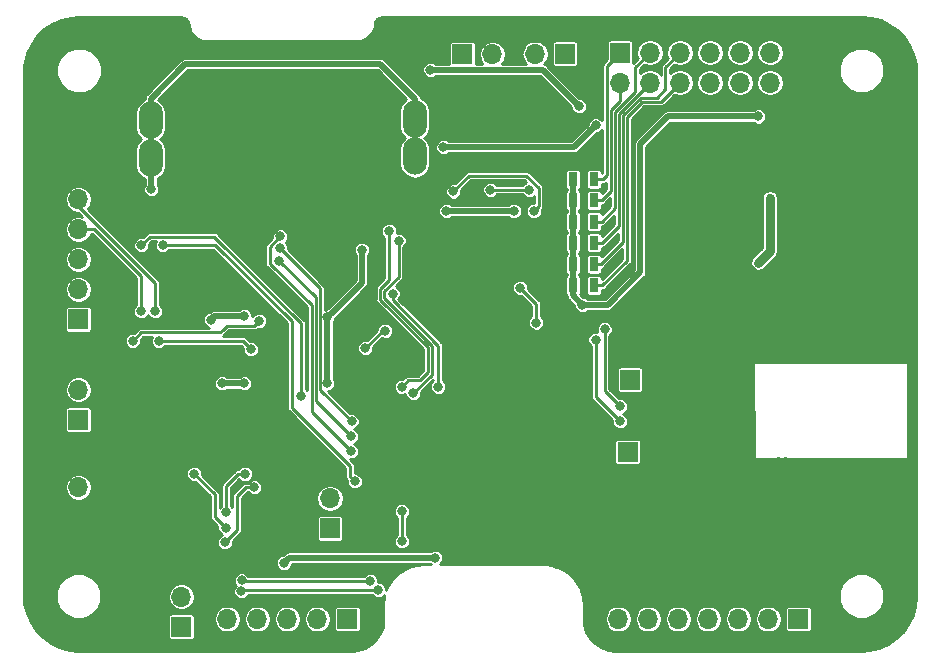
<source format=gbr>
G04 #@! TF.GenerationSoftware,KiCad,Pcbnew,(5.0.1-3-g963ef8bb5)*
G04 #@! TF.CreationDate,2019-05-10T17:55:58-07:00*
G04 #@! TF.ProjectId,ME203_Project,4D453230335F50726F6A6563742E6B69,rev?*
G04 #@! TF.SameCoordinates,Original*
G04 #@! TF.FileFunction,Copper,L2,Bot,Signal*
G04 #@! TF.FilePolarity,Positive*
%FSLAX46Y46*%
G04 Gerber Fmt 4.6, Leading zero omitted, Abs format (unit mm)*
G04 Created by KiCad (PCBNEW (5.0.1-3-g963ef8bb5)) date Friday, May 10, 2019 at 05:55:58 PM*
%MOMM*%
%LPD*%
G01*
G04 APERTURE LIST*
G04 #@! TA.AperFunction,ComponentPad*
%ADD10O,1.700000X1.700000*%
G04 #@! TD*
G04 #@! TA.AperFunction,ComponentPad*
%ADD11R,1.700000X1.700000*%
G04 #@! TD*
G04 #@! TA.AperFunction,SMDPad,CuDef*
%ADD12R,0.797560X1.198880*%
G04 #@! TD*
G04 #@! TA.AperFunction,SMDPad,CuDef*
%ADD13O,12.999720X7.998460*%
G04 #@! TD*
G04 #@! TA.AperFunction,SMDPad,CuDef*
%ADD14O,2.032000X3.175000*%
G04 #@! TD*
G04 #@! TA.AperFunction,ComponentPad*
%ADD15C,0.320000*%
G04 #@! TD*
G04 #@! TA.AperFunction,ViaPad*
%ADD16C,0.800000*%
G04 #@! TD*
G04 #@! TA.AperFunction,ViaPad*
%ADD17C,0.685800*%
G04 #@! TD*
G04 #@! TA.AperFunction,Conductor*
%ADD18C,0.800000*%
G04 #@! TD*
G04 #@! TA.AperFunction,Conductor*
%ADD19C,0.500000*%
G04 #@! TD*
G04 #@! TA.AperFunction,Conductor*
%ADD20C,0.250000*%
G04 #@! TD*
G04 #@! TA.AperFunction,Conductor*
%ADD21C,0.254000*%
G04 #@! TD*
G04 APERTURE END LIST*
D10*
G04 #@! TO.P,J11,2*
G04 #@! TO.N,+3V3*
X86400000Y-83560000D03*
D11*
G04 #@! TO.P,J11,1*
X86400000Y-86100000D03*
G04 #@! TD*
G04 #@! TO.P,J13,1*
G04 #@! TO.N,GND*
X82700000Y-83500000D03*
D10*
G04 #@! TO.P,J13,2*
X82700000Y-86040000D03*
G04 #@! TD*
G04 #@! TO.P,J14,3*
G04 #@! TO.N,GND*
X99000000Y-72700000D03*
G04 #@! TO.P,J14,2*
G04 #@! TO.N,/ESP32/RXD0*
X99000000Y-75240000D03*
D11*
G04 #@! TO.P,J14,1*
G04 #@! TO.N,/ESP32/TXD0*
X99000000Y-77780000D03*
G04 #@! TD*
G04 #@! TO.P,J12,1*
G04 #@! TO.N,/ESP32/A11-T5-D12*
X124400000Y-65200000D03*
G04 #@! TD*
G04 #@! TO.P,J10,1*
G04 #@! TO.N,/ESP32/A7-T9-D32*
X124200000Y-71300000D03*
G04 #@! TD*
D10*
G04 #@! TO.P,J8,2*
G04 #@! TO.N,Net-(J8-Pad2)*
X116360000Y-37600000D03*
D11*
G04 #@! TO.P,J8,1*
G04 #@! TO.N,Net-(J8-Pad1)*
X118900000Y-37600000D03*
G04 #@! TD*
G04 #@! TO.P,J9,1*
G04 #@! TO.N,Net-(J9-Pad1)*
X110200000Y-37650000D03*
D10*
G04 #@! TO.P,J9,2*
G04 #@! TO.N,Net-(J9-Pad2)*
X112740000Y-37650000D03*
G04 #@! TD*
D11*
G04 #@! TO.P,J1,1*
G04 #@! TO.N,Net-(J1-Pad1)*
X123550000Y-37500000D03*
D10*
G04 #@! TO.P,J1,2*
G04 #@! TO.N,Net-(J1-Pad2)*
X123550000Y-40040000D03*
G04 #@! TO.P,J1,3*
G04 #@! TO.N,Net-(J1-Pad3)*
X126090000Y-37500000D03*
G04 #@! TO.P,J1,4*
G04 #@! TO.N,Net-(J1-Pad4)*
X126090000Y-40040000D03*
G04 #@! TO.P,J1,5*
G04 #@! TO.N,Net-(J1-Pad5)*
X128630000Y-37500000D03*
G04 #@! TO.P,J1,6*
G04 #@! TO.N,Net-(J1-Pad6)*
X128630000Y-40040000D03*
G04 #@! TO.P,J1,7*
G04 #@! TO.N,Net-(J1-Pad7)*
X131170000Y-37500000D03*
G04 #@! TO.P,J1,8*
G04 #@! TO.N,Net-(J1-Pad8)*
X131170000Y-40040000D03*
G04 #@! TO.P,J1,9*
G04 #@! TO.N,Net-(J1-Pad9)*
X133710000Y-37500000D03*
G04 #@! TO.P,J1,10*
G04 #@! TO.N,Net-(J1-Pad10)*
X133710000Y-40040000D03*
G04 #@! TO.P,J1,11*
G04 #@! TO.N,Net-(J1-Pad11)*
X136250000Y-37500000D03*
G04 #@! TO.P,J1,12*
G04 #@! TO.N,Net-(J1-Pad12)*
X136250000Y-40040000D03*
G04 #@! TD*
D12*
G04 #@! TO.P,R6,2*
G04 #@! TO.N,/Nixie_PSU/180V*
X119550840Y-51800000D03*
G04 #@! TO.P,R6,1*
G04 #@! TO.N,Net-(J1-Pad3)*
X121349160Y-51800000D03*
G04 #@! TD*
G04 #@! TO.P,R5,1*
G04 #@! TO.N,Net-(J1-Pad2)*
X121349160Y-50000000D03*
G04 #@! TO.P,R5,2*
G04 #@! TO.N,/Nixie_PSU/180V*
X119550840Y-50000000D03*
G04 #@! TD*
G04 #@! TO.P,R4,2*
G04 #@! TO.N,/Nixie_PSU/180V*
X119550840Y-48200000D03*
G04 #@! TO.P,R4,1*
G04 #@! TO.N,Net-(J1-Pad1)*
X121349160Y-48200000D03*
G04 #@! TD*
G04 #@! TO.P,R9,1*
G04 #@! TO.N,Net-(J1-Pad6)*
X121349160Y-57200000D03*
G04 #@! TO.P,R9,2*
G04 #@! TO.N,/Nixie_PSU/180V*
X119550840Y-57200000D03*
G04 #@! TD*
G04 #@! TO.P,R8,2*
G04 #@! TO.N,/Nixie_PSU/180V*
X119550840Y-55400000D03*
G04 #@! TO.P,R8,1*
G04 #@! TO.N,Net-(J1-Pad5)*
X121349160Y-55400000D03*
G04 #@! TD*
G04 #@! TO.P,R7,1*
G04 #@! TO.N,Net-(J1-Pad4)*
X121349160Y-53600000D03*
G04 #@! TO.P,R7,2*
G04 #@! TO.N,/Nixie_PSU/180V*
X119550840Y-53600000D03*
G04 #@! TD*
D13*
G04 #@! TO.P,BT1,NEGA*
G04 #@! TO.N,GND*
X95000000Y-44750000D03*
D14*
G04 #@! TO.P,BT1,POSI*
G04 #@! TO.N,+*
X83824000Y-46401000D03*
X83824000Y-43226000D03*
X106176000Y-46274000D03*
X106176000Y-43099000D03*
G04 #@! TD*
D11*
G04 #@! TO.P,J6,1*
G04 #@! TO.N,/DAC2*
X138630000Y-85450000D03*
D10*
G04 #@! TO.P,J6,2*
G04 #@! TO.N,/DAC1*
X136090000Y-85450000D03*
G04 #@! TO.P,J6,3*
G04 #@! TO.N,/ESP32/A9-T8-D33*
X133550000Y-85450000D03*
G04 #@! TO.P,J6,4*
G04 #@! TO.N,/ESP32/A13-D35*
X131010000Y-85450000D03*
G04 #@! TO.P,J6,5*
G04 #@! TO.N,/ESP32/A2-D34*
X128470000Y-85450000D03*
G04 #@! TO.P,J6,6*
G04 #@! TO.N,/ESP32/A3-D39*
X125930000Y-85450000D03*
G04 #@! TO.P,J6,7*
G04 #@! TO.N,/ESP32/A4-D36*
X123390000Y-85450000D03*
G04 #@! TD*
D11*
G04 #@! TO.P,J2,1*
G04 #@! TO.N,/ESP32/MISO-D19*
X100450000Y-85450000D03*
D10*
G04 #@! TO.P,J2,2*
G04 #@! TO.N,/ESP32/MOSI-D18*
X97910000Y-85450000D03*
G04 #@! TO.P,J2,3*
G04 #@! TO.N,/ESP32/SCK-D5*
X95370000Y-85450000D03*
G04 #@! TO.P,J2,4*
G04 #@! TO.N,/ESP32/TX*
X92830000Y-85450000D03*
G04 #@! TO.P,J2,5*
G04 #@! TO.N,/ESP32/RX*
X90290000Y-85450000D03*
G04 #@! TD*
D15*
G04 #@! TO.P,U3,V3*
G04 #@! TO.N,GND*
X85429599Y-68331377D03*
G04 #@! TO.P,U3,V2*
X85429599Y-67581377D03*
G04 #@! TO.P,U3,V1*
X85429599Y-66831377D03*
G04 #@! TD*
D10*
G04 #@! TO.P,J5,2*
G04 #@! TO.N,Net-(J4-Pad1)*
X77679599Y-74291376D03*
D11*
G04 #@! TO.P,J5,1*
G04 #@! TO.N,GND*
X77679599Y-76831376D03*
G04 #@! TD*
D10*
G04 #@! TO.P,J4,2*
G04 #@! TO.N,+12V*
X77679599Y-66041376D03*
D11*
G04 #@! TO.P,J4,1*
G04 #@! TO.N,Net-(J4-Pad1)*
X77679599Y-68581376D03*
G04 #@! TD*
D10*
G04 #@! TO.P,J3,6*
G04 #@! TO.N,GND*
X77679599Y-47381376D03*
G04 #@! TO.P,J3,5*
G04 #@! TO.N,/Nixie_Interface/HDIN*
X77679599Y-49921376D03*
G04 #@! TO.P,J3,4*
G04 #@! TO.N,/Nixie_Interface/~HLE*
X77679599Y-52461376D03*
G04 #@! TO.P,J3,3*
G04 #@! TO.N,/Nixie_Interface/~HBL*
X77679599Y-55001376D03*
G04 #@! TO.P,J3,2*
G04 #@! TO.N,/Nixie_Interface/HCLK*
X77679599Y-57541376D03*
D11*
G04 #@! TO.P,J3,1*
G04 #@! TO.N,+12V*
X77679599Y-60081376D03*
G04 #@! TD*
D16*
G04 #@! TO.N,GND*
X94500000Y-79800000D03*
X137677421Y-44198360D03*
X101525000Y-40125000D03*
X101525000Y-45175000D03*
X81450000Y-80754379D03*
X80382081Y-54958636D03*
X105649481Y-57200000D03*
X105761948Y-55387489D03*
X103000000Y-81424219D03*
X125274219Y-80649160D03*
D17*
X141820000Y-48794000D03*
X141947000Y-50699000D03*
X141947000Y-49810000D03*
X136994000Y-57811000D03*
X137629000Y-72035000D03*
X138264000Y-72162000D03*
X125880000Y-60327000D03*
X125880000Y-59565000D03*
X126515000Y-61851000D03*
X126007000Y-58803000D03*
D16*
X80929599Y-70831376D03*
X82429599Y-70831376D03*
X83429599Y-70581377D03*
X83429599Y-71581376D03*
X125880000Y-61216000D03*
X109800000Y-76250000D03*
X114800000Y-76150000D03*
X114650000Y-68800000D03*
X109600000Y-68700000D03*
X117650000Y-78250000D03*
X88429599Y-63208797D03*
X87429599Y-57800000D03*
X95000000Y-57795000D03*
X95000000Y-67505000D03*
X90200000Y-80300000D03*
X119000000Y-62200000D03*
D17*
X135724000Y-48286000D03*
X134962000Y-48286000D03*
X131406000Y-49975009D03*
X133565000Y-48286000D03*
X134200000Y-48286000D03*
X128612000Y-57811000D03*
X136994000Y-72035000D03*
D16*
X96950000Y-39774992D03*
X87775000Y-45200000D03*
X87775000Y-40125000D03*
X112500000Y-40350000D03*
X116700000Y-40300000D03*
X107750000Y-41950000D03*
X119950000Y-46600000D03*
X120250000Y-40300000D03*
D17*
X129037000Y-47076000D03*
X137248000Y-47016000D03*
G04 #@! TO.N,Net-(RF1-Pad2)*
X135274420Y-55271000D03*
X136232000Y-49810000D03*
D16*
G04 #@! TO.N,+12V*
X91750010Y-59800000D03*
X88900000Y-60100000D03*
G04 #@! TO.N,/Nixie_PSU/180V*
X135250000Y-42900000D03*
X120350000Y-58850000D03*
G04 #@! TO.N,+3V3*
X107500000Y-38950000D03*
X91750010Y-65499160D03*
X89849990Y-65500000D03*
X101699997Y-54200003D03*
X98765010Y-59900000D03*
X98765010Y-65499160D03*
X107900000Y-80250000D03*
X114550000Y-50899826D03*
X108850000Y-50900000D03*
X120100000Y-42050000D03*
X95100000Y-80700000D03*
G04 #@! TO.N,/Nixie_Interface/~HLE*
X83000000Y-59400000D03*
G04 #@! TO.N,/Nixie_Interface/HDIN*
X84200000Y-59400000D03*
G04 #@! TO.N,/ESP32/MISO-D19*
X100800000Y-71260000D03*
X94800000Y-53050000D03*
G04 #@! TO.N,/ESP32/MOSI-D18*
X100800000Y-69990000D03*
X94700000Y-55100000D03*
G04 #@! TO.N,/ESP32/SCK-D5*
X100830000Y-68720000D03*
X94750000Y-54049998D03*
G04 #@! TO.N,/ESP32/A8-D15*
X82306540Y-61893460D03*
X93000000Y-60200000D03*
G04 #@! TO.N,/ESP32/A12-D13*
X115100000Y-57400000D03*
X116445000Y-60349992D03*
G04 #@! TO.N,/Nixie_Interface/CLK*
X84827650Y-53800000D03*
X101100000Y-73800000D03*
G04 #@! TO.N,+*
X90088000Y-78962000D03*
X92600000Y-74300000D03*
X83875000Y-49075000D03*
G04 #@! TO.N,/MCU_Audio/SCL*
X90200000Y-76422000D03*
X91800000Y-73150000D03*
X103100000Y-83000000D03*
X106050000Y-66350000D03*
X104800000Y-53415010D03*
X91500000Y-83100002D03*
G04 #@! TO.N,/MCU_Audio/SDA*
X90150000Y-77700000D03*
X87500000Y-73150000D03*
X102400000Y-82250000D03*
X105080000Y-78880000D03*
X105080000Y-76320008D03*
X105080000Y-65780000D03*
X104000000Y-52600000D03*
X112584990Y-49100000D03*
X115850001Y-49100000D03*
X91517309Y-82175768D03*
G04 #@! TO.N,/DAC1*
X123570000Y-68720000D03*
X109450000Y-49250000D03*
X121476079Y-61815808D03*
X116250000Y-50900000D03*
G04 #@! TO.N,/DAC2*
X123550000Y-67450000D03*
X122250000Y-60900000D03*
G04 #@! TO.N,/ESP32/SD-Select*
X104299996Y-57900000D03*
X108150000Y-65800000D03*
G04 #@! TO.N,AGND*
X121500000Y-43650001D03*
X108600000Y-45500000D03*
G04 #@! TO.N,/ESP32/A6-T6-D14*
X84500000Y-61900000D03*
X102000000Y-62500000D03*
X92300000Y-62599994D03*
X103650000Y-61050000D03*
G04 #@! TO.N,/ESP32/A5-T0-D4*
X83031550Y-53800000D03*
X96550000Y-66550000D03*
G04 #@! TD*
D18*
G04 #@! TO.N,Net-(RF1-Pad2)*
X136232000Y-54313420D02*
X135274420Y-55271000D01*
X136232000Y-49810000D02*
X136232000Y-54313420D01*
D19*
G04 #@! TO.N,+12V*
X89200000Y-59800000D02*
X88900000Y-60100000D01*
X91750010Y-59800000D02*
X89200000Y-59800000D01*
G04 #@! TO.N,/Nixie_PSU/180V*
X119550840Y-57200000D02*
X119550840Y-48200000D01*
X119550840Y-58050840D02*
X119550840Y-57200000D01*
X120350000Y-58850000D02*
X120350000Y-58850000D01*
X125250000Y-45250000D02*
X125250000Y-56100000D01*
X122500000Y-58850000D02*
X120350000Y-58850000D01*
X125250000Y-56100000D02*
X122500000Y-58850000D01*
X127600000Y-42900000D02*
X125250000Y-45250000D01*
X135250000Y-42900000D02*
X127600000Y-42900000D01*
X120350000Y-58850000D02*
X119550840Y-58050840D01*
G04 #@! TO.N,+3V3*
X91750010Y-65499160D02*
X89850830Y-65499160D01*
X89850830Y-65499160D02*
X89849990Y-65500000D01*
X101699997Y-56965013D02*
X99165009Y-59500001D01*
X101699997Y-54200003D02*
X101699997Y-56965013D01*
X99165009Y-59500001D02*
X98765010Y-59900000D01*
X98765010Y-59900000D02*
X98765010Y-60465685D01*
X98765010Y-60465685D02*
X98765010Y-65499160D01*
X108850174Y-50899826D02*
X108850000Y-50900000D01*
X114550000Y-50899826D02*
X108850174Y-50899826D01*
X119700001Y-41650001D02*
X120100000Y-42050000D01*
X117000000Y-38950000D02*
X119700001Y-41650001D01*
X107500000Y-38950000D02*
X117000000Y-38950000D01*
X95499999Y-80300001D02*
X95100000Y-80700000D01*
X107900000Y-80250000D02*
X95550000Y-80250000D01*
X95550000Y-80250000D02*
X95499999Y-80300001D01*
D20*
G04 #@! TO.N,Net-(J1-Pad1)*
X122450000Y-38600000D02*
X122450000Y-47850000D01*
X123550000Y-37500000D02*
X122450000Y-38600000D01*
X122100000Y-48200000D02*
X121349160Y-48200000D01*
X122450000Y-47850000D02*
X122100000Y-48200000D01*
G04 #@! TO.N,Net-(J1-Pad2)*
X121997940Y-50000000D02*
X121349160Y-50000000D01*
X122790010Y-42359990D02*
X122790010Y-49207930D01*
X123550000Y-41600000D02*
X122790010Y-42359990D01*
X122790010Y-49207930D02*
X121997940Y-50000000D01*
X123550000Y-40040000D02*
X123550000Y-41600000D01*
G04 #@! TO.N,Net-(J1-Pad4)*
X123470031Y-52179969D02*
X122050000Y-53600000D01*
X123470031Y-42660817D02*
X123470031Y-52179969D01*
X125240001Y-40890847D02*
X123470031Y-42660817D01*
X125240001Y-40889999D02*
X125240001Y-40890847D01*
X122050000Y-53600000D02*
X121349160Y-53600000D01*
X126090000Y-40040000D02*
X125240001Y-40889999D01*
G04 #@! TO.N,Net-(J1-Pad5)*
X123810039Y-53489961D02*
X121900000Y-55400000D01*
X123810039Y-42809113D02*
X123810039Y-53489961D01*
X126690011Y-41309989D02*
X125309162Y-41309990D01*
X127400000Y-40600000D02*
X126690011Y-41309989D01*
X121900000Y-55400000D02*
X121349160Y-55400000D01*
X127400000Y-38730000D02*
X127400000Y-40600000D01*
X125309162Y-41309990D02*
X123810039Y-42809113D01*
X128630000Y-37500000D02*
X127400000Y-38730000D01*
G04 #@! TO.N,Net-(J1-Pad6)*
X122050000Y-57200000D02*
X121349160Y-57200000D01*
X124150050Y-55099950D02*
X122050000Y-57200000D01*
X125450000Y-41650000D02*
X124150050Y-42949950D01*
X124150050Y-42949950D02*
X124150050Y-55099950D01*
X127020000Y-41650000D02*
X125450000Y-41650000D01*
X128630000Y-40040000D02*
X127020000Y-41650000D01*
G04 #@! TO.N,Net-(J1-Pad3)*
X121349160Y-51800000D02*
X121997940Y-51800000D01*
X124850000Y-40800000D02*
X124850000Y-38740000D01*
X124850000Y-38740000D02*
X126090000Y-37500000D01*
X123130020Y-42519980D02*
X124850000Y-40800000D01*
X123130020Y-50667920D02*
X123130020Y-42519980D01*
X121997940Y-51800000D02*
X123130020Y-50667920D01*
G04 #@! TO.N,/Nixie_Interface/~HLE*
X83000000Y-59400000D02*
X83000000Y-56436410D01*
X83000000Y-56436410D02*
X79024966Y-52461376D01*
X79024966Y-52461376D02*
X78881680Y-52461376D01*
X78881680Y-52461376D02*
X77679599Y-52461376D01*
G04 #@! TO.N,/Nixie_Interface/HDIN*
X84200000Y-57000000D02*
X84200000Y-58834315D01*
X84200000Y-58834315D02*
X84200000Y-59400000D01*
X77679599Y-50479599D02*
X84200000Y-57000000D01*
X77679599Y-49921376D02*
X77679599Y-50479599D01*
G04 #@! TO.N,/ESP32/MISO-D19*
X94800000Y-53050000D02*
X93900000Y-53950000D01*
X93900000Y-53950000D02*
X93900000Y-55350000D01*
X93900000Y-55350000D02*
X97450000Y-58900000D01*
X97450000Y-67910000D02*
X100800000Y-71260000D01*
X97450000Y-58900000D02*
X97450000Y-67910000D01*
G04 #@! TO.N,/ESP32/MOSI-D18*
X100400001Y-69590001D02*
X100800000Y-69990000D01*
X97800000Y-66990000D02*
X100400001Y-69590001D01*
X97800000Y-58200000D02*
X97800000Y-66990000D01*
X94700000Y-55100000D02*
X97800000Y-58200000D01*
G04 #@! TO.N,/ESP32/SCK-D5*
X98150000Y-66040000D02*
X100830000Y-68720000D01*
X98150000Y-57449998D02*
X98150000Y-66040000D01*
X94750000Y-54049998D02*
X98150000Y-57449998D01*
G04 #@! TO.N,/ESP32/A8-D15*
X93000000Y-60200000D02*
X92600000Y-60600000D01*
X92600000Y-60600000D02*
X90600000Y-60600000D01*
X90600000Y-60600000D02*
X90253528Y-60600000D01*
X82306540Y-61893460D02*
X83025001Y-61174999D01*
X89678529Y-61174999D02*
X89900000Y-60953528D01*
X85700000Y-61174999D02*
X89678529Y-61174999D01*
X89900000Y-60953528D02*
X89800000Y-61053528D01*
X90253528Y-60600000D02*
X89900000Y-60953528D01*
X83025001Y-61174999D02*
X85700000Y-61174999D01*
X85700000Y-61174999D02*
X85874999Y-61174999D01*
G04 #@! TO.N,/ESP32/A12-D13*
X115100000Y-57400000D02*
X115100000Y-57400000D01*
X115100000Y-57400000D02*
X116445000Y-58745000D01*
X116445000Y-58745000D02*
X116445000Y-59784307D01*
X116445000Y-59784307D02*
X116445000Y-60349992D01*
G04 #@! TO.N,/Nixie_Interface/CLK*
X100700001Y-72500001D02*
X100700001Y-73400001D01*
X100700001Y-73400001D02*
X101100000Y-73800000D01*
X95749989Y-67549989D02*
X100700001Y-72500001D01*
X95749989Y-60249989D02*
X95749989Y-67549989D01*
X89300000Y-53800000D02*
X95749989Y-60249989D01*
X84827650Y-53800000D02*
X89300000Y-53800000D01*
G04 #@! TO.N,+*
X90088000Y-78962000D02*
X91100000Y-77950000D01*
X91100000Y-77950000D02*
X91100000Y-75050000D01*
X91100000Y-75050000D02*
X91850000Y-74300000D01*
X91850000Y-74300000D02*
X92600000Y-74300000D01*
X92600000Y-74300000D02*
X92600000Y-74300000D01*
D19*
X83824000Y-41388500D02*
X83824000Y-43226000D01*
X106176000Y-46274000D02*
X106176000Y-41401000D01*
X106176000Y-41401000D02*
X103250000Y-38475000D01*
X103250000Y-38475000D02*
X86737500Y-38475000D01*
X86737500Y-38475000D02*
X83824000Y-41388500D01*
X83875000Y-48509315D02*
X83875000Y-49075000D01*
X83824000Y-43099000D02*
X83875000Y-43150000D01*
X83875000Y-43150000D02*
X83875000Y-48509315D01*
D20*
G04 #@! TO.N,/MCU_Audio/SCL*
X90200000Y-75856315D02*
X90200000Y-76422000D01*
X91234315Y-73150000D02*
X90200000Y-74184315D01*
X90200000Y-74184315D02*
X90200000Y-75856315D01*
X91800000Y-73150000D02*
X91234315Y-73150000D01*
X103600000Y-57650000D02*
X104800000Y-56450000D01*
X103600000Y-58250000D02*
X103600000Y-57650000D01*
X106050000Y-66350000D02*
X107650000Y-64750000D01*
X107650000Y-62300000D02*
X103600000Y-58250000D01*
X104800000Y-56450000D02*
X104800000Y-53980695D01*
X104800000Y-53980695D02*
X104800000Y-53415010D01*
X107650000Y-64750000D02*
X107650000Y-62300000D01*
X91600002Y-83000000D02*
X91500000Y-83100002D01*
X103100000Y-83000000D02*
X91600002Y-83000000D01*
G04 #@! TO.N,/MCU_Audio/SDA*
X87500000Y-73150000D02*
X89250000Y-74900000D01*
X89250000Y-76800000D02*
X90150000Y-77700000D01*
X89250000Y-74900000D02*
X89250000Y-76800000D01*
X105080000Y-76320000D02*
X105080000Y-76320000D01*
X105080000Y-78880000D02*
X105080000Y-76320008D01*
X104000000Y-52600000D02*
X104000000Y-52600000D01*
X104000000Y-53150000D02*
X104000000Y-52600000D01*
X107300000Y-62450000D02*
X103259991Y-58409991D01*
X104000000Y-56769154D02*
X104000000Y-53150000D01*
X105610000Y-65250000D02*
X106600000Y-65250000D01*
X103259991Y-58409991D02*
X103259990Y-57509164D01*
X107300000Y-64550000D02*
X107300000Y-62450000D01*
X106600000Y-65250000D02*
X107300000Y-64550000D01*
X103259990Y-57509164D02*
X104000000Y-56769154D01*
X105080000Y-65780000D02*
X105610000Y-65250000D01*
X112584990Y-49100000D02*
X115850001Y-49100000D01*
X91591541Y-82250000D02*
X91517309Y-82175768D01*
X102400000Y-82250000D02*
X91591541Y-82250000D01*
G04 #@! TO.N,/DAC1*
X123570000Y-68720000D02*
X121476079Y-66626079D01*
X121476079Y-62381493D02*
X121476079Y-61815808D01*
X121476079Y-66626079D02*
X121476079Y-62381493D01*
X109450000Y-49250000D02*
X110800000Y-47900000D01*
X110800000Y-47900000D02*
X115595929Y-47900000D01*
X115595929Y-47900000D02*
X116649999Y-48954070D01*
X116649999Y-50500001D02*
X116250000Y-50900000D01*
X116649999Y-48954070D02*
X116649999Y-50500001D01*
G04 #@! TO.N,/DAC2*
X123550000Y-67450000D02*
X122250000Y-66150000D01*
X122250000Y-66150000D02*
X122250000Y-61465685D01*
X122250000Y-61465685D02*
X122250000Y-60900000D01*
G04 #@! TO.N,/ESP32/SD-Select*
X108150000Y-62300000D02*
X108150000Y-65800000D01*
X104299996Y-58449996D02*
X108150000Y-62300000D01*
X104299996Y-57900000D02*
X104299996Y-58449996D01*
D19*
G04 #@! TO.N,AGND*
X119650001Y-45500000D02*
X109165685Y-45500000D01*
X109165685Y-45500000D02*
X108600000Y-45500000D01*
X121500000Y-43650001D02*
X119650001Y-45500000D01*
D20*
G04 #@! TO.N,/ESP32/A6-T6-D14*
X102000000Y-62500000D02*
X102000000Y-62500000D01*
X84500000Y-61900000D02*
X91600006Y-61900000D01*
X91600006Y-61900000D02*
X91900001Y-62199995D01*
X91900001Y-62199995D02*
X92300000Y-62599994D01*
X103450000Y-61050000D02*
X103650000Y-61050000D01*
X102000000Y-62500000D02*
X103450000Y-61050000D01*
G04 #@! TO.N,/ESP32/A5-T0-D4*
X83031550Y-53800000D02*
X83756551Y-53074999D01*
X96550000Y-65984315D02*
X96550000Y-66550000D01*
X83756551Y-53074999D02*
X89211409Y-53074999D01*
X96550000Y-60413590D02*
X96550000Y-65984315D01*
X89211409Y-53074999D02*
X96550000Y-60413590D01*
G04 #@! TD*
D21*
G04 #@! TO.N,GND*
G36*
X86634649Y-34533507D02*
X86833574Y-34666424D01*
X86966493Y-34865352D01*
X87027890Y-35174017D01*
X87104010Y-35556700D01*
X87160660Y-35693466D01*
X87377433Y-36017890D01*
X87482110Y-36122567D01*
X87806531Y-36339337D01*
X87806534Y-36339340D01*
X87903242Y-36379397D01*
X87943299Y-36395990D01*
X87943300Y-36395990D01*
X88325983Y-36472110D01*
X88325988Y-36472110D01*
X88362637Y-36479400D01*
X101437363Y-36479400D01*
X101474012Y-36472110D01*
X101474017Y-36472110D01*
X101856700Y-36395990D01*
X101993466Y-36339340D01*
X102317890Y-36122567D01*
X102422567Y-36017890D01*
X102639337Y-35693469D01*
X102639340Y-35693466D01*
X102695990Y-35556700D01*
X102772110Y-35174017D01*
X102833507Y-34865351D01*
X102966424Y-34666426D01*
X103165352Y-34533507D01*
X103437368Y-34479400D01*
X143983103Y-34479400D01*
X144817972Y-34553910D01*
X145610085Y-34770608D01*
X146351310Y-35124154D01*
X147018211Y-35603371D01*
X147589710Y-36193113D01*
X148047742Y-36874737D01*
X148377829Y-37626696D01*
X148570241Y-38428149D01*
X148620601Y-39113924D01*
X148620600Y-83483104D01*
X148546090Y-84317972D01*
X148329393Y-85110084D01*
X147975846Y-85851309D01*
X147496629Y-86518211D01*
X146906890Y-87089708D01*
X146225264Y-87547741D01*
X145473304Y-87877829D01*
X144671852Y-88070241D01*
X143986090Y-88120600D01*
X123122038Y-88120600D01*
X122497722Y-88047812D01*
X121927757Y-87840925D01*
X121420666Y-87508461D01*
X121003660Y-87068260D01*
X120699110Y-86543939D01*
X120521841Y-85958642D01*
X120479400Y-85483104D01*
X120479400Y-85450000D01*
X122238474Y-85450000D01*
X122326129Y-85890670D01*
X122575748Y-86264252D01*
X122949330Y-86513871D01*
X123278765Y-86579400D01*
X123501235Y-86579400D01*
X123830670Y-86513871D01*
X124204252Y-86264252D01*
X124453871Y-85890670D01*
X124541526Y-85450000D01*
X124778474Y-85450000D01*
X124866129Y-85890670D01*
X125115748Y-86264252D01*
X125489330Y-86513871D01*
X125818765Y-86579400D01*
X126041235Y-86579400D01*
X126370670Y-86513871D01*
X126744252Y-86264252D01*
X126993871Y-85890670D01*
X127081526Y-85450000D01*
X127318474Y-85450000D01*
X127406129Y-85890670D01*
X127655748Y-86264252D01*
X128029330Y-86513871D01*
X128358765Y-86579400D01*
X128581235Y-86579400D01*
X128910670Y-86513871D01*
X129284252Y-86264252D01*
X129533871Y-85890670D01*
X129621526Y-85450000D01*
X129858474Y-85450000D01*
X129946129Y-85890670D01*
X130195748Y-86264252D01*
X130569330Y-86513871D01*
X130898765Y-86579400D01*
X131121235Y-86579400D01*
X131450670Y-86513871D01*
X131824252Y-86264252D01*
X132073871Y-85890670D01*
X132161526Y-85450000D01*
X132398474Y-85450000D01*
X132486129Y-85890670D01*
X132735748Y-86264252D01*
X133109330Y-86513871D01*
X133438765Y-86579400D01*
X133661235Y-86579400D01*
X133990670Y-86513871D01*
X134364252Y-86264252D01*
X134613871Y-85890670D01*
X134701526Y-85450000D01*
X134938474Y-85450000D01*
X135026129Y-85890670D01*
X135275748Y-86264252D01*
X135649330Y-86513871D01*
X135978765Y-86579400D01*
X136201235Y-86579400D01*
X136530670Y-86513871D01*
X136904252Y-86264252D01*
X137153871Y-85890670D01*
X137241526Y-85450000D01*
X137153871Y-85009330D01*
X136904252Y-84635748D01*
X136850752Y-84600000D01*
X137495127Y-84600000D01*
X137495127Y-86300000D01*
X137516812Y-86409016D01*
X137578564Y-86501436D01*
X137670984Y-86563188D01*
X137780000Y-86584873D01*
X139480000Y-86584873D01*
X139589016Y-86563188D01*
X139681436Y-86501436D01*
X139743188Y-86409016D01*
X139764873Y-86300000D01*
X139764873Y-84600000D01*
X139743188Y-84490984D01*
X139681436Y-84398564D01*
X139589016Y-84336812D01*
X139480000Y-84315127D01*
X137780000Y-84315127D01*
X137670984Y-84336812D01*
X137578564Y-84398564D01*
X137516812Y-84490984D01*
X137495127Y-84600000D01*
X136850752Y-84600000D01*
X136530670Y-84386129D01*
X136201235Y-84320600D01*
X135978765Y-84320600D01*
X135649330Y-84386129D01*
X135275748Y-84635748D01*
X135026129Y-85009330D01*
X134938474Y-85450000D01*
X134701526Y-85450000D01*
X134613871Y-85009330D01*
X134364252Y-84635748D01*
X133990670Y-84386129D01*
X133661235Y-84320600D01*
X133438765Y-84320600D01*
X133109330Y-84386129D01*
X132735748Y-84635748D01*
X132486129Y-85009330D01*
X132398474Y-85450000D01*
X132161526Y-85450000D01*
X132073871Y-85009330D01*
X131824252Y-84635748D01*
X131450670Y-84386129D01*
X131121235Y-84320600D01*
X130898765Y-84320600D01*
X130569330Y-84386129D01*
X130195748Y-84635748D01*
X129946129Y-85009330D01*
X129858474Y-85450000D01*
X129621526Y-85450000D01*
X129533871Y-85009330D01*
X129284252Y-84635748D01*
X128910670Y-84386129D01*
X128581235Y-84320600D01*
X128358765Y-84320600D01*
X128029330Y-84386129D01*
X127655748Y-84635748D01*
X127406129Y-85009330D01*
X127318474Y-85450000D01*
X127081526Y-85450000D01*
X126993871Y-85009330D01*
X126744252Y-84635748D01*
X126370670Y-84386129D01*
X126041235Y-84320600D01*
X125818765Y-84320600D01*
X125489330Y-84386129D01*
X125115748Y-84635748D01*
X124866129Y-85009330D01*
X124778474Y-85450000D01*
X124541526Y-85450000D01*
X124453871Y-85009330D01*
X124204252Y-84635748D01*
X123830670Y-84386129D01*
X123501235Y-84320600D01*
X123278765Y-84320600D01*
X122949330Y-84386129D01*
X122575748Y-84635748D01*
X122326129Y-85009330D01*
X122238474Y-85450000D01*
X120479400Y-85450000D01*
X120479400Y-84162637D01*
X120476087Y-84145981D01*
X120430485Y-83635020D01*
X120427342Y-83619908D01*
X120426507Y-83604494D01*
X120415698Y-83558770D01*
X120281602Y-83116020D01*
X142069600Y-83116020D01*
X142069600Y-83883980D01*
X142363486Y-84593484D01*
X142906516Y-85136514D01*
X143616020Y-85430400D01*
X144383980Y-85430400D01*
X145093484Y-85136514D01*
X145636514Y-84593484D01*
X145930400Y-83883980D01*
X145930400Y-83116020D01*
X145636514Y-82406516D01*
X145093484Y-81863486D01*
X144383980Y-81569600D01*
X143616020Y-81569600D01*
X142906516Y-81863486D01*
X142363486Y-82406516D01*
X142069600Y-83116020D01*
X120281602Y-83116020D01*
X120214291Y-82893777D01*
X120206095Y-82874927D01*
X120200290Y-82855204D01*
X120179252Y-82813193D01*
X119830266Y-82212370D01*
X119817955Y-82195914D01*
X119807767Y-82178052D01*
X119777629Y-82142007D01*
X119299784Y-81637583D01*
X119284012Y-81624396D01*
X119269994Y-81609363D01*
X119232372Y-81581218D01*
X118651300Y-81200250D01*
X118632920Y-81191046D01*
X118615816Y-81179639D01*
X118572728Y-81160905D01*
X117919600Y-80923831D01*
X117899598Y-80919103D01*
X117880327Y-80911936D01*
X117834085Y-80903616D01*
X117159065Y-80824917D01*
X117137363Y-80820600D01*
X108290216Y-80820600D01*
X108475967Y-80634849D01*
X108579400Y-80385141D01*
X108579400Y-80114859D01*
X108475967Y-79865151D01*
X108284849Y-79674033D01*
X108035141Y-79570600D01*
X107764859Y-79570600D01*
X107515151Y-79674033D01*
X107468584Y-79720600D01*
X95602136Y-79720600D01*
X95549999Y-79710229D01*
X95497863Y-79720600D01*
X95497862Y-79720600D01*
X95343439Y-79751317D01*
X95168324Y-79868324D01*
X95138790Y-79912525D01*
X95030715Y-80020600D01*
X94964859Y-80020600D01*
X94715151Y-80124033D01*
X94524033Y-80315151D01*
X94420600Y-80564859D01*
X94420600Y-80835141D01*
X94524033Y-81084849D01*
X94715151Y-81275967D01*
X94964859Y-81379400D01*
X95235141Y-81379400D01*
X95484849Y-81275967D01*
X95675967Y-81084849D01*
X95779400Y-80835141D01*
X95779400Y-80779400D01*
X107468584Y-80779400D01*
X107509784Y-80820600D01*
X106862637Y-80820600D01*
X106845981Y-80823913D01*
X106335020Y-80869515D01*
X106319908Y-80872658D01*
X106304494Y-80873493D01*
X106258770Y-80884302D01*
X105593777Y-81085709D01*
X105574927Y-81093905D01*
X105555204Y-81099710D01*
X105513193Y-81120748D01*
X104912370Y-81469734D01*
X104895914Y-81482045D01*
X104878052Y-81492233D01*
X104842007Y-81522371D01*
X104337583Y-82000216D01*
X104324396Y-82015988D01*
X104309363Y-82030006D01*
X104281218Y-82067628D01*
X103900250Y-82648700D01*
X103891046Y-82667080D01*
X103879639Y-82684184D01*
X103860905Y-82727272D01*
X103779400Y-82951815D01*
X103779400Y-82864859D01*
X103675967Y-82615151D01*
X103484849Y-82424033D01*
X103235141Y-82320600D01*
X103079400Y-82320600D01*
X103079400Y-82114859D01*
X102975967Y-81865151D01*
X102784849Y-81674033D01*
X102535141Y-81570600D01*
X102264859Y-81570600D01*
X102015151Y-81674033D01*
X101843584Y-81845600D01*
X92115926Y-81845600D01*
X92093276Y-81790919D01*
X91902158Y-81599801D01*
X91652450Y-81496368D01*
X91382168Y-81496368D01*
X91132460Y-81599801D01*
X90941342Y-81790919D01*
X90837909Y-82040627D01*
X90837909Y-82310909D01*
X90941342Y-82560617D01*
X91009956Y-82629231D01*
X90924033Y-82715153D01*
X90820600Y-82964861D01*
X90820600Y-83235143D01*
X90924033Y-83484851D01*
X91115151Y-83675969D01*
X91364859Y-83779402D01*
X91635141Y-83779402D01*
X91884849Y-83675969D01*
X92075967Y-83484851D01*
X92109291Y-83404400D01*
X102543584Y-83404400D01*
X102715151Y-83575967D01*
X102964859Y-83679400D01*
X103235141Y-83679400D01*
X103484849Y-83575967D01*
X103605528Y-83455288D01*
X103603616Y-83465915D01*
X103524915Y-84140947D01*
X103520601Y-84162637D01*
X103520600Y-85477961D01*
X103447812Y-86102278D01*
X103240925Y-86672243D01*
X102908461Y-87179334D01*
X102468260Y-87596340D01*
X101943939Y-87900890D01*
X101358642Y-88078159D01*
X100883104Y-88120600D01*
X77716896Y-88120600D01*
X76882028Y-88046090D01*
X76089916Y-87829393D01*
X75348691Y-87475846D01*
X74681789Y-86996629D01*
X74110292Y-86406890D01*
X73652259Y-85725264D01*
X73322171Y-84973304D01*
X73129759Y-84171852D01*
X73079400Y-83486090D01*
X73079400Y-83116020D01*
X75769600Y-83116020D01*
X75769600Y-83883980D01*
X76063486Y-84593484D01*
X76606516Y-85136514D01*
X77316020Y-85430400D01*
X78083980Y-85430400D01*
X78519504Y-85250000D01*
X85265127Y-85250000D01*
X85265127Y-86950000D01*
X85286812Y-87059016D01*
X85348564Y-87151436D01*
X85440984Y-87213188D01*
X85550000Y-87234873D01*
X87250000Y-87234873D01*
X87359016Y-87213188D01*
X87451436Y-87151436D01*
X87513188Y-87059016D01*
X87534873Y-86950000D01*
X87534873Y-85450000D01*
X89138474Y-85450000D01*
X89226129Y-85890670D01*
X89475748Y-86264252D01*
X89849330Y-86513871D01*
X90178765Y-86579400D01*
X90401235Y-86579400D01*
X90730670Y-86513871D01*
X91104252Y-86264252D01*
X91353871Y-85890670D01*
X91441526Y-85450000D01*
X91678474Y-85450000D01*
X91766129Y-85890670D01*
X92015748Y-86264252D01*
X92389330Y-86513871D01*
X92718765Y-86579400D01*
X92941235Y-86579400D01*
X93270670Y-86513871D01*
X93644252Y-86264252D01*
X93893871Y-85890670D01*
X93981526Y-85450000D01*
X94218474Y-85450000D01*
X94306129Y-85890670D01*
X94555748Y-86264252D01*
X94929330Y-86513871D01*
X95258765Y-86579400D01*
X95481235Y-86579400D01*
X95810670Y-86513871D01*
X96184252Y-86264252D01*
X96433871Y-85890670D01*
X96521526Y-85450000D01*
X96758474Y-85450000D01*
X96846129Y-85890670D01*
X97095748Y-86264252D01*
X97469330Y-86513871D01*
X97798765Y-86579400D01*
X98021235Y-86579400D01*
X98350670Y-86513871D01*
X98724252Y-86264252D01*
X98973871Y-85890670D01*
X99061526Y-85450000D01*
X98973871Y-85009330D01*
X98724252Y-84635748D01*
X98670752Y-84600000D01*
X99315127Y-84600000D01*
X99315127Y-86300000D01*
X99336812Y-86409016D01*
X99398564Y-86501436D01*
X99490984Y-86563188D01*
X99600000Y-86584873D01*
X101300000Y-86584873D01*
X101409016Y-86563188D01*
X101501436Y-86501436D01*
X101563188Y-86409016D01*
X101584873Y-86300000D01*
X101584873Y-84600000D01*
X101563188Y-84490984D01*
X101501436Y-84398564D01*
X101409016Y-84336812D01*
X101300000Y-84315127D01*
X99600000Y-84315127D01*
X99490984Y-84336812D01*
X99398564Y-84398564D01*
X99336812Y-84490984D01*
X99315127Y-84600000D01*
X98670752Y-84600000D01*
X98350670Y-84386129D01*
X98021235Y-84320600D01*
X97798765Y-84320600D01*
X97469330Y-84386129D01*
X97095748Y-84635748D01*
X96846129Y-85009330D01*
X96758474Y-85450000D01*
X96521526Y-85450000D01*
X96433871Y-85009330D01*
X96184252Y-84635748D01*
X95810670Y-84386129D01*
X95481235Y-84320600D01*
X95258765Y-84320600D01*
X94929330Y-84386129D01*
X94555748Y-84635748D01*
X94306129Y-85009330D01*
X94218474Y-85450000D01*
X93981526Y-85450000D01*
X93893871Y-85009330D01*
X93644252Y-84635748D01*
X93270670Y-84386129D01*
X92941235Y-84320600D01*
X92718765Y-84320600D01*
X92389330Y-84386129D01*
X92015748Y-84635748D01*
X91766129Y-85009330D01*
X91678474Y-85450000D01*
X91441526Y-85450000D01*
X91353871Y-85009330D01*
X91104252Y-84635748D01*
X90730670Y-84386129D01*
X90401235Y-84320600D01*
X90178765Y-84320600D01*
X89849330Y-84386129D01*
X89475748Y-84635748D01*
X89226129Y-85009330D01*
X89138474Y-85450000D01*
X87534873Y-85450000D01*
X87534873Y-85250000D01*
X87513188Y-85140984D01*
X87451436Y-85048564D01*
X87359016Y-84986812D01*
X87250000Y-84965127D01*
X85550000Y-84965127D01*
X85440984Y-84986812D01*
X85348564Y-85048564D01*
X85286812Y-85140984D01*
X85265127Y-85250000D01*
X78519504Y-85250000D01*
X78793484Y-85136514D01*
X79336514Y-84593484D01*
X79630400Y-83883980D01*
X79630400Y-83560000D01*
X85248474Y-83560000D01*
X85336129Y-84000670D01*
X85585748Y-84374252D01*
X85959330Y-84623871D01*
X86288765Y-84689400D01*
X86511235Y-84689400D01*
X86840670Y-84623871D01*
X87214252Y-84374252D01*
X87463871Y-84000670D01*
X87551526Y-83560000D01*
X87463871Y-83119330D01*
X87214252Y-82745748D01*
X86840670Y-82496129D01*
X86511235Y-82430600D01*
X86288765Y-82430600D01*
X85959330Y-82496129D01*
X85585748Y-82745748D01*
X85336129Y-83119330D01*
X85248474Y-83560000D01*
X79630400Y-83560000D01*
X79630400Y-83116020D01*
X79336514Y-82406516D01*
X78793484Y-81863486D01*
X78083980Y-81569600D01*
X77316020Y-81569600D01*
X76606516Y-81863486D01*
X76063486Y-82406516D01*
X75769600Y-83116020D01*
X73079400Y-83116020D01*
X73079400Y-74291376D01*
X76528073Y-74291376D01*
X76615728Y-74732046D01*
X76865347Y-75105628D01*
X77238929Y-75355247D01*
X77568364Y-75420776D01*
X77790834Y-75420776D01*
X78120269Y-75355247D01*
X78493851Y-75105628D01*
X78743470Y-74732046D01*
X78831125Y-74291376D01*
X78743470Y-73850706D01*
X78493851Y-73477124D01*
X78120269Y-73227505D01*
X77790834Y-73161976D01*
X77568364Y-73161976D01*
X77238929Y-73227505D01*
X76865347Y-73477124D01*
X76615728Y-73850706D01*
X76528073Y-74291376D01*
X73079400Y-74291376D01*
X73079400Y-73014859D01*
X86820600Y-73014859D01*
X86820600Y-73285141D01*
X86924033Y-73534849D01*
X87115151Y-73725967D01*
X87364859Y-73829400D01*
X87607493Y-73829400D01*
X88845600Y-75067508D01*
X88845601Y-76760169D01*
X88837678Y-76800000D01*
X88869064Y-76957788D01*
X88869065Y-76957789D01*
X88958445Y-77091556D01*
X88992210Y-77114117D01*
X89470600Y-77592508D01*
X89470600Y-77835141D01*
X89574033Y-78084849D01*
X89765151Y-78275967D01*
X89867012Y-78318159D01*
X89703151Y-78386033D01*
X89512033Y-78577151D01*
X89408600Y-78826859D01*
X89408600Y-79097141D01*
X89512033Y-79346849D01*
X89703151Y-79537967D01*
X89952859Y-79641400D01*
X90223141Y-79641400D01*
X90472849Y-79537967D01*
X90663967Y-79346849D01*
X90767400Y-79097141D01*
X90767400Y-78854507D01*
X91357791Y-78264117D01*
X91391556Y-78241556D01*
X91480936Y-78107789D01*
X91504400Y-77989827D01*
X91504400Y-77989826D01*
X91512322Y-77950001D01*
X91504400Y-77910174D01*
X91504400Y-76930000D01*
X97865127Y-76930000D01*
X97865127Y-78630000D01*
X97886812Y-78739016D01*
X97948564Y-78831436D01*
X98040984Y-78893188D01*
X98150000Y-78914873D01*
X99850000Y-78914873D01*
X99959016Y-78893188D01*
X100051436Y-78831436D01*
X100113188Y-78739016D01*
X100134873Y-78630000D01*
X100134873Y-76930000D01*
X100113188Y-76820984D01*
X100051436Y-76728564D01*
X99959016Y-76666812D01*
X99850000Y-76645127D01*
X98150000Y-76645127D01*
X98040984Y-76666812D01*
X97948564Y-76728564D01*
X97886812Y-76820984D01*
X97865127Y-76930000D01*
X91504400Y-76930000D01*
X91504400Y-75240000D01*
X97848474Y-75240000D01*
X97936129Y-75680670D01*
X98185748Y-76054252D01*
X98559330Y-76303871D01*
X98888765Y-76369400D01*
X99111235Y-76369400D01*
X99440670Y-76303871D01*
X99618772Y-76184867D01*
X104400600Y-76184867D01*
X104400600Y-76455149D01*
X104504033Y-76704857D01*
X104675601Y-76876425D01*
X104675600Y-78323584D01*
X104504033Y-78495151D01*
X104400600Y-78744859D01*
X104400600Y-79015141D01*
X104504033Y-79264849D01*
X104695151Y-79455967D01*
X104944859Y-79559400D01*
X105215141Y-79559400D01*
X105464849Y-79455967D01*
X105655967Y-79264849D01*
X105759400Y-79015141D01*
X105759400Y-78744859D01*
X105655967Y-78495151D01*
X105484400Y-78323584D01*
X105484400Y-76876424D01*
X105655967Y-76704857D01*
X105759400Y-76455149D01*
X105759400Y-76184867D01*
X105655967Y-75935159D01*
X105464849Y-75744041D01*
X105215141Y-75640608D01*
X104944859Y-75640608D01*
X104695151Y-75744041D01*
X104504033Y-75935159D01*
X104400600Y-76184867D01*
X99618772Y-76184867D01*
X99814252Y-76054252D01*
X100063871Y-75680670D01*
X100151526Y-75240000D01*
X100063871Y-74799330D01*
X99814252Y-74425748D01*
X99440670Y-74176129D01*
X99111235Y-74110600D01*
X98888765Y-74110600D01*
X98559330Y-74176129D01*
X98185748Y-74425748D01*
X97936129Y-74799330D01*
X97848474Y-75240000D01*
X91504400Y-75240000D01*
X91504400Y-75217507D01*
X92017508Y-74704400D01*
X92043584Y-74704400D01*
X92215151Y-74875967D01*
X92464859Y-74979400D01*
X92735141Y-74979400D01*
X92984849Y-74875967D01*
X93175967Y-74684849D01*
X93279400Y-74435141D01*
X93279400Y-74164859D01*
X93175967Y-73915151D01*
X92984849Y-73724033D01*
X92735141Y-73620600D01*
X92464859Y-73620600D01*
X92215151Y-73724033D01*
X92043584Y-73895600D01*
X91889825Y-73895600D01*
X91849999Y-73887678D01*
X91810174Y-73895600D01*
X91810173Y-73895600D01*
X91692211Y-73919064D01*
X91558444Y-74008444D01*
X91535883Y-74042209D01*
X90842210Y-74735883D01*
X90808445Y-74758444D01*
X90785885Y-74792208D01*
X90719064Y-74892212D01*
X90687678Y-75050000D01*
X90695601Y-75089831D01*
X90695601Y-75956785D01*
X90604400Y-75865584D01*
X90604400Y-74351822D01*
X91322703Y-73633519D01*
X91415151Y-73725967D01*
X91664859Y-73829400D01*
X91935141Y-73829400D01*
X92184849Y-73725967D01*
X92375967Y-73534849D01*
X92479400Y-73285141D01*
X92479400Y-73014859D01*
X92375967Y-72765151D01*
X92184849Y-72574033D01*
X91935141Y-72470600D01*
X91664859Y-72470600D01*
X91415151Y-72574033D01*
X91248654Y-72740530D01*
X91234314Y-72737678D01*
X91194489Y-72745600D01*
X91194488Y-72745600D01*
X91076526Y-72769064D01*
X90942759Y-72858444D01*
X90920198Y-72892209D01*
X89942212Y-73870196D01*
X89908444Y-73892759D01*
X89846220Y-73985885D01*
X89819064Y-74026527D01*
X89787678Y-74184315D01*
X89795600Y-74224142D01*
X89795601Y-75816484D01*
X89795600Y-75816489D01*
X89795600Y-75865584D01*
X89654400Y-76006784D01*
X89654400Y-74939827D01*
X89662322Y-74900000D01*
X89630936Y-74742211D01*
X89624144Y-74732046D01*
X89541556Y-74608444D01*
X89507791Y-74585883D01*
X88179400Y-73257493D01*
X88179400Y-73014859D01*
X88075967Y-72765151D01*
X87884849Y-72574033D01*
X87635141Y-72470600D01*
X87364859Y-72470600D01*
X87115151Y-72574033D01*
X86924033Y-72765151D01*
X86820600Y-73014859D01*
X73079400Y-73014859D01*
X73079400Y-67731376D01*
X76544726Y-67731376D01*
X76544726Y-69431376D01*
X76566411Y-69540392D01*
X76628163Y-69632812D01*
X76720583Y-69694564D01*
X76829599Y-69716249D01*
X78529599Y-69716249D01*
X78638615Y-69694564D01*
X78731035Y-69632812D01*
X78792787Y-69540392D01*
X78814472Y-69431376D01*
X78814472Y-67731376D01*
X78792787Y-67622360D01*
X78731035Y-67529940D01*
X78638615Y-67468188D01*
X78529599Y-67446503D01*
X76829599Y-67446503D01*
X76720583Y-67468188D01*
X76628163Y-67529940D01*
X76566411Y-67622360D01*
X76544726Y-67731376D01*
X73079400Y-67731376D01*
X73079400Y-66041376D01*
X76528073Y-66041376D01*
X76615728Y-66482046D01*
X76865347Y-66855628D01*
X77238929Y-67105247D01*
X77568364Y-67170776D01*
X77790834Y-67170776D01*
X78120269Y-67105247D01*
X78493851Y-66855628D01*
X78743470Y-66482046D01*
X78831125Y-66041376D01*
X78743470Y-65600706D01*
X78585883Y-65364859D01*
X89170590Y-65364859D01*
X89170590Y-65635141D01*
X89274023Y-65884849D01*
X89465141Y-66075967D01*
X89714849Y-66179400D01*
X89985131Y-66179400D01*
X90234839Y-66075967D01*
X90282246Y-66028560D01*
X91318594Y-66028560D01*
X91365161Y-66075127D01*
X91614869Y-66178560D01*
X91885151Y-66178560D01*
X92134859Y-66075127D01*
X92325977Y-65884009D01*
X92429410Y-65634301D01*
X92429410Y-65364019D01*
X92325977Y-65114311D01*
X92134859Y-64923193D01*
X91885151Y-64819760D01*
X91614869Y-64819760D01*
X91365161Y-64923193D01*
X91318594Y-64969760D01*
X90280566Y-64969760D01*
X90234839Y-64924033D01*
X89985131Y-64820600D01*
X89714849Y-64820600D01*
X89465141Y-64924033D01*
X89274023Y-65115151D01*
X89170590Y-65364859D01*
X78585883Y-65364859D01*
X78493851Y-65227124D01*
X78120269Y-64977505D01*
X77790834Y-64911976D01*
X77568364Y-64911976D01*
X77238929Y-64977505D01*
X76865347Y-65227124D01*
X76615728Y-65600706D01*
X76528073Y-66041376D01*
X73079400Y-66041376D01*
X73079400Y-61758319D01*
X81627140Y-61758319D01*
X81627140Y-62028601D01*
X81730573Y-62278309D01*
X81921691Y-62469427D01*
X82171399Y-62572860D01*
X82441681Y-62572860D01*
X82691389Y-62469427D01*
X82882507Y-62278309D01*
X82985940Y-62028601D01*
X82985940Y-61785968D01*
X83192509Y-61579399D01*
X83897420Y-61579399D01*
X83820600Y-61764859D01*
X83820600Y-62035141D01*
X83924033Y-62284849D01*
X84115151Y-62475967D01*
X84364859Y-62579400D01*
X84635141Y-62579400D01*
X84884849Y-62475967D01*
X85056416Y-62304400D01*
X91432499Y-62304400D01*
X91620600Y-62492502D01*
X91620600Y-62735135D01*
X91724033Y-62984843D01*
X91915151Y-63175961D01*
X92164859Y-63279394D01*
X92435141Y-63279394D01*
X92684849Y-63175961D01*
X92875967Y-62984843D01*
X92979400Y-62735135D01*
X92979400Y-62464853D01*
X92875967Y-62215145D01*
X92684849Y-62024027D01*
X92435141Y-61920594D01*
X92192508Y-61920594D01*
X91914125Y-61642212D01*
X91891562Y-61608444D01*
X91757795Y-61519064D01*
X91639833Y-61495600D01*
X91600006Y-61487678D01*
X91560179Y-61495600D01*
X89926616Y-61495600D01*
X89970085Y-61466555D01*
X89992648Y-61432787D01*
X90214115Y-61211320D01*
X90421036Y-61004400D01*
X92560173Y-61004400D01*
X92600000Y-61012322D01*
X92639827Y-61004400D01*
X92757789Y-60980936D01*
X92891556Y-60891556D01*
X92899678Y-60879400D01*
X93135141Y-60879400D01*
X93384849Y-60775967D01*
X93575967Y-60584849D01*
X93679400Y-60335141D01*
X93679400Y-60064859D01*
X93575967Y-59815151D01*
X93384849Y-59624033D01*
X93135141Y-59520600D01*
X92864859Y-59520600D01*
X92615151Y-59624033D01*
X92429410Y-59809774D01*
X92429410Y-59664859D01*
X92325977Y-59415151D01*
X92134859Y-59224033D01*
X91885151Y-59120600D01*
X91614869Y-59120600D01*
X91365161Y-59224033D01*
X91318594Y-59270600D01*
X89252136Y-59270600D01*
X89199999Y-59260229D01*
X89147862Y-59270600D01*
X88993439Y-59301317D01*
X88818324Y-59418324D01*
X88816803Y-59420600D01*
X88764859Y-59420600D01*
X88515151Y-59524033D01*
X88324033Y-59715151D01*
X88220600Y-59964859D01*
X88220600Y-60235141D01*
X88324033Y-60484849D01*
X88515151Y-60675967D01*
X88743612Y-60770599D01*
X83064826Y-60770599D01*
X83025000Y-60762677D01*
X82985175Y-60770599D01*
X82985174Y-60770599D01*
X82867212Y-60794063D01*
X82733445Y-60883443D01*
X82710885Y-60917207D01*
X82414032Y-61214060D01*
X82171399Y-61214060D01*
X81921691Y-61317493D01*
X81730573Y-61508611D01*
X81627140Y-61758319D01*
X73079400Y-61758319D01*
X73079400Y-59231376D01*
X76544726Y-59231376D01*
X76544726Y-60931376D01*
X76566411Y-61040392D01*
X76628163Y-61132812D01*
X76720583Y-61194564D01*
X76829599Y-61216249D01*
X78529599Y-61216249D01*
X78638615Y-61194564D01*
X78731035Y-61132812D01*
X78792787Y-61040392D01*
X78814472Y-60931376D01*
X78814472Y-59231376D01*
X78792787Y-59122360D01*
X78731035Y-59029940D01*
X78638615Y-58968188D01*
X78529599Y-58946503D01*
X76829599Y-58946503D01*
X76720583Y-58968188D01*
X76628163Y-59029940D01*
X76566411Y-59122360D01*
X76544726Y-59231376D01*
X73079400Y-59231376D01*
X73079400Y-57541376D01*
X76528073Y-57541376D01*
X76615728Y-57982046D01*
X76865347Y-58355628D01*
X77238929Y-58605247D01*
X77568364Y-58670776D01*
X77790834Y-58670776D01*
X78120269Y-58605247D01*
X78493851Y-58355628D01*
X78743470Y-57982046D01*
X78831125Y-57541376D01*
X78743470Y-57100706D01*
X78493851Y-56727124D01*
X78120269Y-56477505D01*
X77790834Y-56411976D01*
X77568364Y-56411976D01*
X77238929Y-56477505D01*
X76865347Y-56727124D01*
X76615728Y-57100706D01*
X76528073Y-57541376D01*
X73079400Y-57541376D01*
X73079400Y-55001376D01*
X76528073Y-55001376D01*
X76615728Y-55442046D01*
X76865347Y-55815628D01*
X77238929Y-56065247D01*
X77568364Y-56130776D01*
X77790834Y-56130776D01*
X78120269Y-56065247D01*
X78493851Y-55815628D01*
X78743470Y-55442046D01*
X78831125Y-55001376D01*
X78743470Y-54560706D01*
X78493851Y-54187124D01*
X78120269Y-53937505D01*
X77790834Y-53871976D01*
X77568364Y-53871976D01*
X77238929Y-53937505D01*
X76865347Y-54187124D01*
X76615728Y-54560706D01*
X76528073Y-55001376D01*
X73079400Y-55001376D01*
X73079400Y-49921376D01*
X76528073Y-49921376D01*
X76615728Y-50362046D01*
X76865347Y-50735628D01*
X77238929Y-50985247D01*
X77568364Y-51050776D01*
X77678869Y-51050776D01*
X78002091Y-51373998D01*
X77790834Y-51331976D01*
X77568364Y-51331976D01*
X77238929Y-51397505D01*
X76865347Y-51647124D01*
X76615728Y-52020706D01*
X76528073Y-52461376D01*
X76615728Y-52902046D01*
X76865347Y-53275628D01*
X77238929Y-53525247D01*
X77568364Y-53590776D01*
X77790834Y-53590776D01*
X78120269Y-53525247D01*
X78493851Y-53275628D01*
X78743470Y-52902046D01*
X78750685Y-52865776D01*
X78857459Y-52865776D01*
X82595601Y-56603919D01*
X82595600Y-58843584D01*
X82424033Y-59015151D01*
X82320600Y-59264859D01*
X82320600Y-59535141D01*
X82424033Y-59784849D01*
X82615151Y-59975967D01*
X82864859Y-60079400D01*
X83135141Y-60079400D01*
X83384849Y-59975967D01*
X83575967Y-59784849D01*
X83600000Y-59726829D01*
X83624033Y-59784849D01*
X83815151Y-59975967D01*
X84064859Y-60079400D01*
X84335141Y-60079400D01*
X84584849Y-59975967D01*
X84775967Y-59784849D01*
X84879400Y-59535141D01*
X84879400Y-59264859D01*
X84775967Y-59015151D01*
X84604400Y-58843584D01*
X84604400Y-57039827D01*
X84612322Y-57000000D01*
X84594111Y-56908444D01*
X84580936Y-56842211D01*
X84491556Y-56708444D01*
X84457792Y-56685884D01*
X81436767Y-53664859D01*
X82352150Y-53664859D01*
X82352150Y-53935141D01*
X82455583Y-54184849D01*
X82646701Y-54375967D01*
X82896409Y-54479400D01*
X83166691Y-54479400D01*
X83416399Y-54375967D01*
X83607517Y-54184849D01*
X83710950Y-53935141D01*
X83710950Y-53692508D01*
X83924059Y-53479399D01*
X84225070Y-53479399D01*
X84148250Y-53664859D01*
X84148250Y-53935141D01*
X84251683Y-54184849D01*
X84442801Y-54375967D01*
X84692509Y-54479400D01*
X84962791Y-54479400D01*
X85212499Y-54375967D01*
X85384066Y-54204400D01*
X89132493Y-54204400D01*
X95345589Y-60417496D01*
X95345590Y-67510157D01*
X95337667Y-67549989D01*
X95369053Y-67707777D01*
X95391623Y-67741555D01*
X95458434Y-67841545D01*
X95492199Y-67864106D01*
X100295601Y-72667509D01*
X100295602Y-73360170D01*
X100287679Y-73400001D01*
X100319065Y-73557789D01*
X100319066Y-73557790D01*
X100408446Y-73691557D01*
X100420600Y-73699678D01*
X100420600Y-73935141D01*
X100524033Y-74184849D01*
X100715151Y-74375967D01*
X100964859Y-74479400D01*
X101235141Y-74479400D01*
X101484849Y-74375967D01*
X101675967Y-74184849D01*
X101779400Y-73935141D01*
X101779400Y-73664859D01*
X101675967Y-73415151D01*
X101484849Y-73224033D01*
X101235141Y-73120600D01*
X101104401Y-73120600D01*
X101104401Y-72539827D01*
X101112323Y-72500000D01*
X101080937Y-72342212D01*
X101025347Y-72259016D01*
X100991557Y-72208445D01*
X100957793Y-72185885D01*
X100711308Y-71939400D01*
X100935141Y-71939400D01*
X101184849Y-71835967D01*
X101375967Y-71644849D01*
X101479400Y-71395141D01*
X101479400Y-71124859D01*
X101375967Y-70875151D01*
X101184849Y-70684033D01*
X101042332Y-70625000D01*
X101184849Y-70565967D01*
X101300816Y-70450000D01*
X123065127Y-70450000D01*
X123065127Y-72150000D01*
X123086812Y-72259016D01*
X123148564Y-72351436D01*
X123240984Y-72413188D01*
X123350000Y-72434873D01*
X125050000Y-72434873D01*
X125159016Y-72413188D01*
X125251436Y-72351436D01*
X125313188Y-72259016D01*
X125334873Y-72150000D01*
X125334873Y-70450000D01*
X125313188Y-70340984D01*
X125251436Y-70248564D01*
X125159016Y-70186812D01*
X125050000Y-70165127D01*
X123350000Y-70165127D01*
X123240984Y-70186812D01*
X123148564Y-70248564D01*
X123086812Y-70340984D01*
X123065127Y-70450000D01*
X101300816Y-70450000D01*
X101375967Y-70374849D01*
X101479400Y-70125141D01*
X101479400Y-69854859D01*
X101375967Y-69605151D01*
X101184849Y-69414033D01*
X101057332Y-69361213D01*
X101214849Y-69295967D01*
X101405967Y-69104849D01*
X101509400Y-68855141D01*
X101509400Y-68584859D01*
X101405967Y-68335151D01*
X101214849Y-68144033D01*
X100965141Y-68040600D01*
X100722508Y-68040600D01*
X98860467Y-66178560D01*
X98900151Y-66178560D01*
X99149859Y-66075127D01*
X99340977Y-65884009D01*
X99444410Y-65634301D01*
X99444410Y-65364019D01*
X99340977Y-65114311D01*
X99294410Y-65067744D01*
X99294410Y-62364859D01*
X101320600Y-62364859D01*
X101320600Y-62635141D01*
X101424033Y-62884849D01*
X101615151Y-63075967D01*
X101864859Y-63179400D01*
X102135141Y-63179400D01*
X102384849Y-63075967D01*
X102575967Y-62884849D01*
X102679400Y-62635141D01*
X102679400Y-62392507D01*
X103392988Y-61678919D01*
X103514859Y-61729400D01*
X103785141Y-61729400D01*
X104034849Y-61625967D01*
X104225967Y-61434849D01*
X104329400Y-61185141D01*
X104329400Y-60914859D01*
X104225967Y-60665151D01*
X104034849Y-60474033D01*
X103785141Y-60370600D01*
X103514859Y-60370600D01*
X103265151Y-60474033D01*
X103074033Y-60665151D01*
X102970600Y-60914859D01*
X102970600Y-60957492D01*
X102107493Y-61820600D01*
X101864859Y-61820600D01*
X101615151Y-61924033D01*
X101424033Y-62115151D01*
X101320600Y-62364859D01*
X99294410Y-62364859D01*
X99294410Y-60331416D01*
X99340977Y-60284849D01*
X99444410Y-60035141D01*
X99444410Y-59969285D01*
X99576218Y-59837477D01*
X99576220Y-59837474D01*
X101904530Y-57509164D01*
X102847668Y-57509164D01*
X102855590Y-57548991D01*
X102855592Y-58370160D01*
X102847669Y-58409991D01*
X102879055Y-58567779D01*
X102905786Y-58607784D01*
X102968436Y-58701547D01*
X103002201Y-58724108D01*
X106895601Y-62617509D01*
X106895600Y-64382492D01*
X106432493Y-64845600D01*
X105649825Y-64845600D01*
X105609999Y-64837678D01*
X105570174Y-64845600D01*
X105570173Y-64845600D01*
X105452211Y-64869064D01*
X105318444Y-64958444D01*
X105295884Y-64992208D01*
X105187492Y-65100600D01*
X104944859Y-65100600D01*
X104695151Y-65204033D01*
X104504033Y-65395151D01*
X104400600Y-65644859D01*
X104400600Y-65915141D01*
X104504033Y-66164849D01*
X104695151Y-66355967D01*
X104944859Y-66459400D01*
X105215141Y-66459400D01*
X105370600Y-66395006D01*
X105370600Y-66485141D01*
X105474033Y-66734849D01*
X105665151Y-66925967D01*
X105914859Y-67029400D01*
X106185141Y-67029400D01*
X106434849Y-66925967D01*
X106625967Y-66734849D01*
X106729400Y-66485141D01*
X106729400Y-66242507D01*
X107745601Y-65226307D01*
X107745601Y-65243583D01*
X107574033Y-65415151D01*
X107470600Y-65664859D01*
X107470600Y-65935141D01*
X107574033Y-66184849D01*
X107765151Y-66375967D01*
X108014859Y-66479400D01*
X108285141Y-66479400D01*
X108534849Y-66375967D01*
X108725967Y-66184849D01*
X108829400Y-65935141D01*
X108829400Y-65664859D01*
X108725967Y-65415151D01*
X108554400Y-65243584D01*
X108554400Y-62339827D01*
X108562322Y-62300000D01*
X108544111Y-62208444D01*
X108530936Y-62142211D01*
X108441556Y-62008444D01*
X108407792Y-61985884D01*
X108102575Y-61680667D01*
X120796679Y-61680667D01*
X120796679Y-61950949D01*
X120900112Y-62200657D01*
X121071679Y-62372224D01*
X121071679Y-62421319D01*
X121071680Y-62421324D01*
X121071679Y-66586252D01*
X121063757Y-66626079D01*
X121080010Y-66707789D01*
X121095143Y-66783867D01*
X121184523Y-66917635D01*
X121218291Y-66940198D01*
X122890600Y-68612508D01*
X122890600Y-68855141D01*
X122994033Y-69104849D01*
X123185151Y-69295967D01*
X123434859Y-69399400D01*
X123705141Y-69399400D01*
X123954849Y-69295967D01*
X124145967Y-69104849D01*
X124249400Y-68855141D01*
X124249400Y-68584859D01*
X124145967Y-68335151D01*
X123954849Y-68144033D01*
X123802332Y-68080858D01*
X123934849Y-68025967D01*
X124125967Y-67834849D01*
X124229400Y-67585141D01*
X124229400Y-67314859D01*
X124125967Y-67065151D01*
X123934849Y-66874033D01*
X123685141Y-66770600D01*
X123442508Y-66770600D01*
X122654400Y-65982493D01*
X122654400Y-64350000D01*
X123265127Y-64350000D01*
X123265127Y-66050000D01*
X123286812Y-66159016D01*
X123348564Y-66251436D01*
X123440984Y-66313188D01*
X123550000Y-66334873D01*
X125250000Y-66334873D01*
X125359016Y-66313188D01*
X125451436Y-66251436D01*
X125513188Y-66159016D01*
X125534873Y-66050000D01*
X125534873Y-64350000D01*
X125513188Y-64240984D01*
X125451436Y-64148564D01*
X125359016Y-64086812D01*
X125250000Y-64065127D01*
X123550000Y-64065127D01*
X123440984Y-64086812D01*
X123348564Y-64148564D01*
X123286812Y-64240984D01*
X123265127Y-64350000D01*
X122654400Y-64350000D01*
X122654400Y-63780388D01*
X134835001Y-63780388D01*
X134859501Y-71800388D01*
X134869167Y-71848601D01*
X134896697Y-71889803D01*
X134937899Y-71917333D01*
X134986500Y-71927000D01*
X147813500Y-71927000D01*
X147862459Y-71917184D01*
X147903576Y-71889528D01*
X147930981Y-71848242D01*
X147940499Y-71799612D01*
X147915999Y-63779612D01*
X147906333Y-63731399D01*
X147878803Y-63690197D01*
X147837601Y-63662667D01*
X147789000Y-63653000D01*
X134962000Y-63653000D01*
X134913041Y-63662816D01*
X134871924Y-63690472D01*
X134844519Y-63731758D01*
X134835001Y-63780388D01*
X122654400Y-63780388D01*
X122654400Y-61456416D01*
X122825967Y-61284849D01*
X122929400Y-61035141D01*
X122929400Y-60764859D01*
X122825967Y-60515151D01*
X122634849Y-60324033D01*
X122385141Y-60220600D01*
X122114859Y-60220600D01*
X121865151Y-60324033D01*
X121674033Y-60515151D01*
X121570600Y-60764859D01*
X121570600Y-61035141D01*
X121612821Y-61137071D01*
X121611220Y-61136408D01*
X121340938Y-61136408D01*
X121091230Y-61239841D01*
X120900112Y-61430959D01*
X120796679Y-61680667D01*
X108102575Y-61680667D01*
X104791360Y-58369452D01*
X104875963Y-58284849D01*
X104979396Y-58035141D01*
X104979396Y-57764859D01*
X104875963Y-57515151D01*
X104684845Y-57324033D01*
X104552637Y-57269270D01*
X104557048Y-57264859D01*
X114420600Y-57264859D01*
X114420600Y-57535141D01*
X114524033Y-57784849D01*
X114715151Y-57975967D01*
X114964859Y-58079400D01*
X115207493Y-58079400D01*
X116040600Y-58912508D01*
X116040601Y-59744476D01*
X116040600Y-59744481D01*
X116040600Y-59793576D01*
X115869033Y-59965143D01*
X115765600Y-60214851D01*
X115765600Y-60485133D01*
X115869033Y-60734841D01*
X116060151Y-60925959D01*
X116309859Y-61029392D01*
X116580141Y-61029392D01*
X116829849Y-60925959D01*
X117020967Y-60734841D01*
X117124400Y-60485133D01*
X117124400Y-60214851D01*
X117020967Y-59965143D01*
X116849400Y-59793576D01*
X116849400Y-58784825D01*
X116857322Y-58744999D01*
X116848679Y-58701547D01*
X116825936Y-58587211D01*
X116736556Y-58453444D01*
X116702791Y-58430883D01*
X115779400Y-57507493D01*
X115779400Y-57264859D01*
X115675967Y-57015151D01*
X115484849Y-56824033D01*
X115235141Y-56720600D01*
X114964859Y-56720600D01*
X114715151Y-56824033D01*
X114524033Y-57015151D01*
X114420600Y-57264859D01*
X104557048Y-57264859D01*
X105057791Y-56764117D01*
X105091556Y-56741556D01*
X105180936Y-56607789D01*
X105204400Y-56489827D01*
X105204400Y-56489826D01*
X105212322Y-56450001D01*
X105204400Y-56410175D01*
X105204400Y-53971426D01*
X105375967Y-53799859D01*
X105479400Y-53550151D01*
X105479400Y-53279869D01*
X105375967Y-53030161D01*
X105184849Y-52839043D01*
X104935141Y-52735610D01*
X104679206Y-52735610D01*
X104679400Y-52735141D01*
X104679400Y-52464859D01*
X104575967Y-52215151D01*
X104384849Y-52024033D01*
X104135141Y-51920600D01*
X103864859Y-51920600D01*
X103615151Y-52024033D01*
X103424033Y-52215151D01*
X103320600Y-52464859D01*
X103320600Y-52735141D01*
X103424033Y-52984849D01*
X103595600Y-53156416D01*
X103595600Y-53189826D01*
X103595601Y-53189831D01*
X103595600Y-56601646D01*
X103002199Y-57195048D01*
X102968434Y-57217609D01*
X102897324Y-57324033D01*
X102879054Y-57351376D01*
X102847668Y-57509164D01*
X101904530Y-57509164D01*
X102037472Y-57376223D01*
X102081673Y-57346689D01*
X102198680Y-57171574D01*
X102229397Y-57017151D01*
X102239768Y-56965014D01*
X102229397Y-56912877D01*
X102229397Y-54631419D01*
X102275964Y-54584852D01*
X102379397Y-54335144D01*
X102379397Y-54064862D01*
X102275964Y-53815154D01*
X102084846Y-53624036D01*
X101835138Y-53520603D01*
X101564856Y-53520603D01*
X101315148Y-53624036D01*
X101124030Y-53815154D01*
X101020597Y-54064862D01*
X101020597Y-54335144D01*
X101124030Y-54584852D01*
X101170597Y-54631419D01*
X101170598Y-56745727D01*
X98827536Y-59088790D01*
X98827533Y-59088792D01*
X98695725Y-59220600D01*
X98629869Y-59220600D01*
X98554400Y-59251860D01*
X98554400Y-57489824D01*
X98562322Y-57449997D01*
X98530936Y-57292209D01*
X98504161Y-57252137D01*
X98441556Y-57158442D01*
X98407791Y-57135882D01*
X95429400Y-54157491D01*
X95429400Y-53914857D01*
X95325967Y-53665149D01*
X95235817Y-53574999D01*
X95375967Y-53434849D01*
X95479400Y-53185141D01*
X95479400Y-52914859D01*
X95375967Y-52665151D01*
X95184849Y-52474033D01*
X94935141Y-52370600D01*
X94664859Y-52370600D01*
X94415151Y-52474033D01*
X94224033Y-52665151D01*
X94120600Y-52914859D01*
X94120600Y-53157492D01*
X93642212Y-53635881D01*
X93608444Y-53658444D01*
X93526210Y-53781517D01*
X93519064Y-53792212D01*
X93487678Y-53950000D01*
X93495600Y-53989827D01*
X93495601Y-55310169D01*
X93487678Y-55350000D01*
X93519064Y-55507788D01*
X93519065Y-55507789D01*
X93608445Y-55641556D01*
X93642210Y-55664117D01*
X97045600Y-59067508D01*
X97045601Y-66084785D01*
X96954400Y-65993584D01*
X96954400Y-60453417D01*
X96962322Y-60413590D01*
X96930936Y-60255801D01*
X96841556Y-60122034D01*
X96807789Y-60099472D01*
X89525528Y-52817211D01*
X89502965Y-52783443D01*
X89369198Y-52694063D01*
X89251236Y-52670599D01*
X89211409Y-52662677D01*
X89171582Y-52670599D01*
X83796376Y-52670599D01*
X83756550Y-52662677D01*
X83716725Y-52670599D01*
X83716724Y-52670599D01*
X83598762Y-52694063D01*
X83464995Y-52783443D01*
X83442434Y-52817208D01*
X83139042Y-53120600D01*
X82896409Y-53120600D01*
X82646701Y-53224033D01*
X82455583Y-53415151D01*
X82352150Y-53664859D01*
X81436767Y-53664859D01*
X78536767Y-50764859D01*
X108170600Y-50764859D01*
X108170600Y-51035141D01*
X108274033Y-51284849D01*
X108465151Y-51475967D01*
X108714859Y-51579400D01*
X108985141Y-51579400D01*
X109234849Y-51475967D01*
X109281590Y-51429226D01*
X114118584Y-51429226D01*
X114165151Y-51475793D01*
X114414859Y-51579226D01*
X114685141Y-51579226D01*
X114934849Y-51475793D01*
X115125967Y-51284675D01*
X115229400Y-51034967D01*
X115229400Y-50764685D01*
X115125967Y-50514977D01*
X114934849Y-50323859D01*
X114685141Y-50220426D01*
X114414859Y-50220426D01*
X114165151Y-50323859D01*
X114118584Y-50370426D01*
X109281242Y-50370426D01*
X109234849Y-50324033D01*
X108985141Y-50220600D01*
X108714859Y-50220600D01*
X108465151Y-50324033D01*
X108274033Y-50515151D01*
X108170600Y-50764859D01*
X78536767Y-50764859D01*
X78499332Y-50727425D01*
X78743470Y-50362046D01*
X78831125Y-49921376D01*
X78743470Y-49480706D01*
X78493851Y-49107124D01*
X78120269Y-48857505D01*
X77790834Y-48791976D01*
X77568364Y-48791976D01*
X77238929Y-48857505D01*
X76865347Y-49107124D01*
X76615728Y-49480706D01*
X76528073Y-49921376D01*
X73079400Y-49921376D01*
X73079400Y-42526917D01*
X82528600Y-42526917D01*
X82528600Y-43925084D01*
X82603760Y-44302940D01*
X82890070Y-44731431D01*
X83012895Y-44813500D01*
X82890070Y-44895569D01*
X82603760Y-45324060D01*
X82528600Y-45701916D01*
X82528600Y-47100083D01*
X82603760Y-47477939D01*
X82890069Y-47906431D01*
X83318560Y-48192740D01*
X83345601Y-48198119D01*
X83345601Y-48457173D01*
X83345600Y-48457178D01*
X83345600Y-48643584D01*
X83299033Y-48690151D01*
X83195600Y-48939859D01*
X83195600Y-49210141D01*
X83299033Y-49459849D01*
X83490151Y-49650967D01*
X83739859Y-49754400D01*
X84010141Y-49754400D01*
X84259849Y-49650967D01*
X84450967Y-49459849D01*
X84554400Y-49210141D01*
X84554400Y-49114859D01*
X108770600Y-49114859D01*
X108770600Y-49385141D01*
X108874033Y-49634849D01*
X109065151Y-49825967D01*
X109314859Y-49929400D01*
X109585141Y-49929400D01*
X109834849Y-49825967D01*
X110025967Y-49634849D01*
X110129400Y-49385141D01*
X110129400Y-49142507D01*
X110967508Y-48304400D01*
X115428422Y-48304400D01*
X115594484Y-48470462D01*
X115465152Y-48524033D01*
X115293585Y-48695600D01*
X113141406Y-48695600D01*
X112969839Y-48524033D01*
X112720131Y-48420600D01*
X112449849Y-48420600D01*
X112200141Y-48524033D01*
X112009023Y-48715151D01*
X111905590Y-48964859D01*
X111905590Y-49235141D01*
X112009023Y-49484849D01*
X112200141Y-49675967D01*
X112449849Y-49779400D01*
X112720131Y-49779400D01*
X112969839Y-49675967D01*
X113141406Y-49504400D01*
X115293585Y-49504400D01*
X115465152Y-49675967D01*
X115714860Y-49779400D01*
X115985142Y-49779400D01*
X116234850Y-49675967D01*
X116245599Y-49665218D01*
X116245600Y-50220600D01*
X116114859Y-50220600D01*
X115865151Y-50324033D01*
X115674033Y-50515151D01*
X115570600Y-50764859D01*
X115570600Y-51035141D01*
X115674033Y-51284849D01*
X115865151Y-51475967D01*
X116114859Y-51579400D01*
X116385141Y-51579400D01*
X116634849Y-51475967D01*
X116825967Y-51284849D01*
X116929400Y-51035141D01*
X116929400Y-50799679D01*
X116941555Y-50791557D01*
X117030935Y-50657790D01*
X117034993Y-50637387D01*
X117062321Y-50500002D01*
X117054399Y-50460175D01*
X117054399Y-48993896D01*
X117062321Y-48954069D01*
X117030935Y-48796281D01*
X116977210Y-48715876D01*
X116941555Y-48662514D01*
X116907790Y-48639953D01*
X115910048Y-47642212D01*
X115887485Y-47608444D01*
X115875686Y-47600560D01*
X118867187Y-47600560D01*
X118867187Y-48799440D01*
X118888872Y-48908456D01*
X118950624Y-49000876D01*
X119021441Y-49048194D01*
X119021441Y-49151806D01*
X118950624Y-49199124D01*
X118888872Y-49291544D01*
X118867187Y-49400560D01*
X118867187Y-50599440D01*
X118888872Y-50708456D01*
X118950624Y-50800876D01*
X119021441Y-50848193D01*
X119021441Y-50951807D01*
X118950624Y-50999124D01*
X118888872Y-51091544D01*
X118867187Y-51200560D01*
X118867187Y-52399440D01*
X118888872Y-52508456D01*
X118950624Y-52600876D01*
X119021441Y-52648193D01*
X119021440Y-52751807D01*
X118950624Y-52799124D01*
X118888872Y-52891544D01*
X118867187Y-53000560D01*
X118867187Y-54199440D01*
X118888872Y-54308456D01*
X118950624Y-54400876D01*
X119021440Y-54448193D01*
X119021440Y-54551807D01*
X118950624Y-54599124D01*
X118888872Y-54691544D01*
X118867187Y-54800560D01*
X118867187Y-55999440D01*
X118888872Y-56108456D01*
X118950624Y-56200876D01*
X119021440Y-56248193D01*
X119021440Y-56351807D01*
X118950624Y-56399124D01*
X118888872Y-56491544D01*
X118867187Y-56600560D01*
X118867187Y-57799440D01*
X118888872Y-57908456D01*
X118950624Y-58000876D01*
X119012750Y-58042387D01*
X119011069Y-58050840D01*
X119021440Y-58102977D01*
X119052157Y-58257400D01*
X119169164Y-58432516D01*
X119213367Y-58462051D01*
X119670600Y-58919285D01*
X119670600Y-58985141D01*
X119774033Y-59234849D01*
X119965151Y-59425967D01*
X120214859Y-59529400D01*
X120485141Y-59529400D01*
X120734849Y-59425967D01*
X120781416Y-59379400D01*
X122447863Y-59379400D01*
X122500000Y-59389771D01*
X122552137Y-59379400D01*
X122552138Y-59379400D01*
X122706561Y-59348683D01*
X122881676Y-59231676D01*
X122911212Y-59187472D01*
X125587475Y-56511210D01*
X125631676Y-56481676D01*
X125748683Y-56306561D01*
X125779400Y-56152138D01*
X125789771Y-56100001D01*
X125779400Y-56047864D01*
X125779400Y-55271000D01*
X134581710Y-55271000D01*
X134634439Y-55536088D01*
X134784601Y-55760819D01*
X135009332Y-55910981D01*
X135274420Y-55963710D01*
X135539508Y-55910981D01*
X135707513Y-55798723D01*
X136665090Y-54841146D01*
X136721820Y-54803240D01*
X136871981Y-54578509D01*
X136911400Y-54380334D01*
X136924710Y-54313420D01*
X136911400Y-54246506D01*
X136911400Y-49743086D01*
X136871981Y-49544911D01*
X136721819Y-49320180D01*
X136497088Y-49170019D01*
X136232000Y-49117290D01*
X135966911Y-49170019D01*
X135742180Y-49320181D01*
X135592019Y-49544912D01*
X135552600Y-49743087D01*
X135552601Y-54032003D01*
X134746697Y-54837907D01*
X134634439Y-55005912D01*
X134581710Y-55271000D01*
X125779400Y-55271000D01*
X125779400Y-45469284D01*
X127819285Y-43429400D01*
X134818584Y-43429400D01*
X134865151Y-43475967D01*
X135114859Y-43579400D01*
X135385141Y-43579400D01*
X135634849Y-43475967D01*
X135825967Y-43284849D01*
X135929400Y-43035141D01*
X135929400Y-42764859D01*
X135825967Y-42515151D01*
X135634849Y-42324033D01*
X135385141Y-42220600D01*
X135114859Y-42220600D01*
X134865151Y-42324033D01*
X134818584Y-42370600D01*
X127652137Y-42370600D01*
X127600000Y-42360229D01*
X127547863Y-42370600D01*
X127547862Y-42370600D01*
X127393439Y-42401317D01*
X127218324Y-42518324D01*
X127188790Y-42562525D01*
X124912528Y-44838788D01*
X124868324Y-44868324D01*
X124751317Y-45043440D01*
X124727629Y-45162525D01*
X124710229Y-45250000D01*
X124720600Y-45302137D01*
X124720601Y-55880714D01*
X122280716Y-58320600D01*
X120781416Y-58320600D01*
X120734849Y-58274033D01*
X120485141Y-58170600D01*
X120419285Y-58170600D01*
X120190511Y-57941827D01*
X120212808Y-57908456D01*
X120234493Y-57799440D01*
X120234493Y-56600560D01*
X120212808Y-56491544D01*
X120151056Y-56399124D01*
X120080240Y-56351807D01*
X120080240Y-56248193D01*
X120151056Y-56200876D01*
X120212808Y-56108456D01*
X120234493Y-55999440D01*
X120234493Y-54800560D01*
X120212808Y-54691544D01*
X120151056Y-54599124D01*
X120080240Y-54551807D01*
X120080240Y-54448193D01*
X120151056Y-54400876D01*
X120212808Y-54308456D01*
X120234493Y-54199440D01*
X120234493Y-53000560D01*
X120212808Y-52891544D01*
X120151056Y-52799124D01*
X120080240Y-52751807D01*
X120080240Y-52648193D01*
X120151056Y-52600876D01*
X120212808Y-52508456D01*
X120234493Y-52399440D01*
X120234493Y-51200560D01*
X120212808Y-51091544D01*
X120151056Y-50999124D01*
X120080240Y-50951807D01*
X120080240Y-50848193D01*
X120151056Y-50800876D01*
X120212808Y-50708456D01*
X120234493Y-50599440D01*
X120234493Y-49400560D01*
X120212808Y-49291544D01*
X120151056Y-49199124D01*
X120080240Y-49151807D01*
X120080240Y-49048193D01*
X120151056Y-49000876D01*
X120212808Y-48908456D01*
X120234493Y-48799440D01*
X120234493Y-47600560D01*
X120212808Y-47491544D01*
X120151056Y-47399124D01*
X120058636Y-47337372D01*
X119949620Y-47315687D01*
X119152060Y-47315687D01*
X119043044Y-47337372D01*
X118950624Y-47399124D01*
X118888872Y-47491544D01*
X118867187Y-47600560D01*
X115875686Y-47600560D01*
X115753718Y-47519064D01*
X115635756Y-47495600D01*
X115595929Y-47487678D01*
X115556102Y-47495600D01*
X110839825Y-47495600D01*
X110799999Y-47487678D01*
X110760174Y-47495600D01*
X110760173Y-47495600D01*
X110642211Y-47519064D01*
X110508444Y-47608444D01*
X110485883Y-47642209D01*
X109557493Y-48570600D01*
X109314859Y-48570600D01*
X109065151Y-48674033D01*
X108874033Y-48865151D01*
X108770600Y-49114859D01*
X84554400Y-49114859D01*
X84554400Y-48939859D01*
X84450967Y-48690151D01*
X84404400Y-48643584D01*
X84404400Y-48142653D01*
X84757931Y-47906431D01*
X85044240Y-47477940D01*
X85119400Y-47100084D01*
X85119400Y-45701916D01*
X85044240Y-45324060D01*
X84757931Y-44895569D01*
X84635106Y-44813500D01*
X84757931Y-44731431D01*
X85044240Y-44302940D01*
X85119400Y-43925084D01*
X85119400Y-42526916D01*
X85044240Y-42149060D01*
X84757931Y-41720569D01*
X84447823Y-41513361D01*
X86956785Y-39004400D01*
X103030716Y-39004400D01*
X105468552Y-41442237D01*
X105242069Y-41593569D01*
X104955760Y-42022061D01*
X104880600Y-42399917D01*
X104880600Y-43798084D01*
X104955760Y-44175940D01*
X105242070Y-44604431D01*
X105364895Y-44686500D01*
X105242070Y-44768569D01*
X104955760Y-45197060D01*
X104880600Y-45574916D01*
X104880600Y-46973083D01*
X104955760Y-47350939D01*
X105242069Y-47779431D01*
X105670560Y-48065740D01*
X106176000Y-48166278D01*
X106681439Y-48065740D01*
X107109931Y-47779431D01*
X107396240Y-47350940D01*
X107471400Y-46973084D01*
X107471400Y-45574916D01*
X107429618Y-45364859D01*
X107920600Y-45364859D01*
X107920600Y-45635141D01*
X108024033Y-45884849D01*
X108215151Y-46075967D01*
X108464859Y-46179400D01*
X108735141Y-46179400D01*
X108984849Y-46075967D01*
X109031416Y-46029400D01*
X119597864Y-46029400D01*
X119650001Y-46039771D01*
X119702138Y-46029400D01*
X119702139Y-46029400D01*
X119856562Y-45998683D01*
X120031677Y-45881676D01*
X120061213Y-45837472D01*
X121569284Y-44329401D01*
X121635141Y-44329401D01*
X121884849Y-44225968D01*
X122045601Y-44065216D01*
X122045601Y-47682491D01*
X122032813Y-47695279D01*
X122032813Y-47600560D01*
X122011128Y-47491544D01*
X121949376Y-47399124D01*
X121856956Y-47337372D01*
X121747940Y-47315687D01*
X120950380Y-47315687D01*
X120841364Y-47337372D01*
X120748944Y-47399124D01*
X120687192Y-47491544D01*
X120665507Y-47600560D01*
X120665507Y-48799440D01*
X120687192Y-48908456D01*
X120748944Y-49000876D01*
X120841364Y-49062628D01*
X120950380Y-49084313D01*
X121747940Y-49084313D01*
X121856956Y-49062628D01*
X121949376Y-49000876D01*
X122011128Y-48908456D01*
X122032813Y-48799440D01*
X122032813Y-48604400D01*
X122060173Y-48604400D01*
X122100000Y-48612322D01*
X122139827Y-48604400D01*
X122257789Y-48580936D01*
X122385611Y-48495528D01*
X122385611Y-49040421D01*
X122031595Y-49394437D01*
X122011128Y-49291544D01*
X121949376Y-49199124D01*
X121856956Y-49137372D01*
X121747940Y-49115687D01*
X120950380Y-49115687D01*
X120841364Y-49137372D01*
X120748944Y-49199124D01*
X120687192Y-49291544D01*
X120665507Y-49400560D01*
X120665507Y-50599440D01*
X120687192Y-50708456D01*
X120748944Y-50800876D01*
X120841364Y-50862628D01*
X120950380Y-50884313D01*
X121747940Y-50884313D01*
X121856956Y-50862628D01*
X121949376Y-50800876D01*
X122011128Y-50708456D01*
X122032813Y-50599440D01*
X122032813Y-50405385D01*
X122037767Y-50404400D01*
X122155729Y-50380936D01*
X122289496Y-50291556D01*
X122312059Y-50257788D01*
X122725620Y-49844227D01*
X122725620Y-50500412D01*
X122031595Y-51194438D01*
X122011128Y-51091544D01*
X121949376Y-50999124D01*
X121856956Y-50937372D01*
X121747940Y-50915687D01*
X120950380Y-50915687D01*
X120841364Y-50937372D01*
X120748944Y-50999124D01*
X120687192Y-51091544D01*
X120665507Y-51200560D01*
X120665507Y-52399440D01*
X120687192Y-52508456D01*
X120748944Y-52600876D01*
X120841364Y-52662628D01*
X120950380Y-52684313D01*
X121747940Y-52684313D01*
X121856956Y-52662628D01*
X121949376Y-52600876D01*
X122011128Y-52508456D01*
X122032813Y-52399440D01*
X122032813Y-52205385D01*
X122037767Y-52204400D01*
X122155729Y-52180936D01*
X122289496Y-52091556D01*
X122312059Y-52057788D01*
X123065632Y-51304216D01*
X123065632Y-52012460D01*
X122032813Y-53045280D01*
X122032813Y-53000560D01*
X122011128Y-52891544D01*
X121949376Y-52799124D01*
X121856956Y-52737372D01*
X121747940Y-52715687D01*
X120950380Y-52715687D01*
X120841364Y-52737372D01*
X120748944Y-52799124D01*
X120687192Y-52891544D01*
X120665507Y-53000560D01*
X120665507Y-54199440D01*
X120687192Y-54308456D01*
X120748944Y-54400876D01*
X120841364Y-54462628D01*
X120950380Y-54484313D01*
X121747940Y-54484313D01*
X121856956Y-54462628D01*
X121949376Y-54400876D01*
X122011128Y-54308456D01*
X122032813Y-54199440D01*
X122032813Y-54008903D01*
X122050000Y-54012322D01*
X122089827Y-54004400D01*
X122207789Y-53980936D01*
X122341556Y-53891556D01*
X122364119Y-53857788D01*
X123405640Y-52816268D01*
X123405640Y-53322452D01*
X122015346Y-54712747D01*
X122011128Y-54691544D01*
X121949376Y-54599124D01*
X121856956Y-54537372D01*
X121747940Y-54515687D01*
X120950380Y-54515687D01*
X120841364Y-54537372D01*
X120748944Y-54599124D01*
X120687192Y-54691544D01*
X120665507Y-54800560D01*
X120665507Y-55999440D01*
X120687192Y-56108456D01*
X120748944Y-56200876D01*
X120841364Y-56262628D01*
X120950380Y-56284313D01*
X121747940Y-56284313D01*
X121856956Y-56262628D01*
X121949376Y-56200876D01*
X122011128Y-56108456D01*
X122032813Y-55999440D01*
X122032813Y-55785904D01*
X122057789Y-55780936D01*
X122191556Y-55691556D01*
X122214119Y-55657788D01*
X123745651Y-54126257D01*
X123745651Y-54932441D01*
X122032813Y-56645280D01*
X122032813Y-56600560D01*
X122011128Y-56491544D01*
X121949376Y-56399124D01*
X121856956Y-56337372D01*
X121747940Y-56315687D01*
X120950380Y-56315687D01*
X120841364Y-56337372D01*
X120748944Y-56399124D01*
X120687192Y-56491544D01*
X120665507Y-56600560D01*
X120665507Y-57799440D01*
X120687192Y-57908456D01*
X120748944Y-58000876D01*
X120841364Y-58062628D01*
X120950380Y-58084313D01*
X121747940Y-58084313D01*
X121856956Y-58062628D01*
X121949376Y-58000876D01*
X122011128Y-57908456D01*
X122032813Y-57799440D01*
X122032813Y-57608903D01*
X122050000Y-57612322D01*
X122089827Y-57604400D01*
X122207789Y-57580936D01*
X122341556Y-57491556D01*
X122364119Y-57457788D01*
X124407841Y-55414067D01*
X124441606Y-55391506D01*
X124530986Y-55257739D01*
X124554450Y-55139777D01*
X124554450Y-55139776D01*
X124562372Y-55099951D01*
X124554450Y-55060125D01*
X124554450Y-43117457D01*
X125617507Y-42054400D01*
X126980173Y-42054400D01*
X127020000Y-42062322D01*
X127059827Y-42054400D01*
X127177789Y-42030936D01*
X127311556Y-41941556D01*
X127334119Y-41907788D01*
X128158582Y-41083326D01*
X128189330Y-41103871D01*
X128518765Y-41169400D01*
X128741235Y-41169400D01*
X129070670Y-41103871D01*
X129444252Y-40854252D01*
X129693871Y-40480670D01*
X129781526Y-40040000D01*
X130018474Y-40040000D01*
X130106129Y-40480670D01*
X130355748Y-40854252D01*
X130729330Y-41103871D01*
X131058765Y-41169400D01*
X131281235Y-41169400D01*
X131610670Y-41103871D01*
X131984252Y-40854252D01*
X132233871Y-40480670D01*
X132321526Y-40040000D01*
X132558474Y-40040000D01*
X132646129Y-40480670D01*
X132895748Y-40854252D01*
X133269330Y-41103871D01*
X133598765Y-41169400D01*
X133821235Y-41169400D01*
X134150670Y-41103871D01*
X134524252Y-40854252D01*
X134773871Y-40480670D01*
X134861526Y-40040000D01*
X135098474Y-40040000D01*
X135186129Y-40480670D01*
X135435748Y-40854252D01*
X135809330Y-41103871D01*
X136138765Y-41169400D01*
X136361235Y-41169400D01*
X136690670Y-41103871D01*
X137064252Y-40854252D01*
X137313871Y-40480670D01*
X137401526Y-40040000D01*
X137313871Y-39599330D01*
X137064252Y-39225748D01*
X136690670Y-38976129D01*
X136361235Y-38910600D01*
X136138765Y-38910600D01*
X135809330Y-38976129D01*
X135435748Y-39225748D01*
X135186129Y-39599330D01*
X135098474Y-40040000D01*
X134861526Y-40040000D01*
X134773871Y-39599330D01*
X134524252Y-39225748D01*
X134150670Y-38976129D01*
X133821235Y-38910600D01*
X133598765Y-38910600D01*
X133269330Y-38976129D01*
X132895748Y-39225748D01*
X132646129Y-39599330D01*
X132558474Y-40040000D01*
X132321526Y-40040000D01*
X132233871Y-39599330D01*
X131984252Y-39225748D01*
X131610670Y-38976129D01*
X131281235Y-38910600D01*
X131058765Y-38910600D01*
X130729330Y-38976129D01*
X130355748Y-39225748D01*
X130106129Y-39599330D01*
X130018474Y-40040000D01*
X129781526Y-40040000D01*
X129693871Y-39599330D01*
X129444252Y-39225748D01*
X129070670Y-38976129D01*
X128741235Y-38910600D01*
X128518765Y-38910600D01*
X128189330Y-38976129D01*
X127815748Y-39225748D01*
X127804400Y-39242732D01*
X127804400Y-38897507D01*
X128158582Y-38543326D01*
X128189330Y-38563871D01*
X128518765Y-38629400D01*
X128741235Y-38629400D01*
X129070670Y-38563871D01*
X129444252Y-38314252D01*
X129693871Y-37940670D01*
X129781526Y-37500000D01*
X130018474Y-37500000D01*
X130106129Y-37940670D01*
X130355748Y-38314252D01*
X130729330Y-38563871D01*
X131058765Y-38629400D01*
X131281235Y-38629400D01*
X131610670Y-38563871D01*
X131984252Y-38314252D01*
X132233871Y-37940670D01*
X132321526Y-37500000D01*
X132558474Y-37500000D01*
X132646129Y-37940670D01*
X132895748Y-38314252D01*
X133269330Y-38563871D01*
X133598765Y-38629400D01*
X133821235Y-38629400D01*
X134150670Y-38563871D01*
X134524252Y-38314252D01*
X134773871Y-37940670D01*
X134861526Y-37500000D01*
X135098474Y-37500000D01*
X135186129Y-37940670D01*
X135435748Y-38314252D01*
X135809330Y-38563871D01*
X136138765Y-38629400D01*
X136361235Y-38629400D01*
X136428500Y-38616020D01*
X142069600Y-38616020D01*
X142069600Y-39383980D01*
X142363486Y-40093484D01*
X142906516Y-40636514D01*
X143616020Y-40930400D01*
X144383980Y-40930400D01*
X145093484Y-40636514D01*
X145636514Y-40093484D01*
X145930400Y-39383980D01*
X145930400Y-38616020D01*
X145636514Y-37906516D01*
X145093484Y-37363486D01*
X144383980Y-37069600D01*
X143616020Y-37069600D01*
X142906516Y-37363486D01*
X142363486Y-37906516D01*
X142069600Y-38616020D01*
X136428500Y-38616020D01*
X136690670Y-38563871D01*
X137064252Y-38314252D01*
X137313871Y-37940670D01*
X137401526Y-37500000D01*
X137313871Y-37059330D01*
X137064252Y-36685748D01*
X136690670Y-36436129D01*
X136361235Y-36370600D01*
X136138765Y-36370600D01*
X135809330Y-36436129D01*
X135435748Y-36685748D01*
X135186129Y-37059330D01*
X135098474Y-37500000D01*
X134861526Y-37500000D01*
X134773871Y-37059330D01*
X134524252Y-36685748D01*
X134150670Y-36436129D01*
X133821235Y-36370600D01*
X133598765Y-36370600D01*
X133269330Y-36436129D01*
X132895748Y-36685748D01*
X132646129Y-37059330D01*
X132558474Y-37500000D01*
X132321526Y-37500000D01*
X132233871Y-37059330D01*
X131984252Y-36685748D01*
X131610670Y-36436129D01*
X131281235Y-36370600D01*
X131058765Y-36370600D01*
X130729330Y-36436129D01*
X130355748Y-36685748D01*
X130106129Y-37059330D01*
X130018474Y-37500000D01*
X129781526Y-37500000D01*
X129693871Y-37059330D01*
X129444252Y-36685748D01*
X129070670Y-36436129D01*
X128741235Y-36370600D01*
X128518765Y-36370600D01*
X128189330Y-36436129D01*
X127815748Y-36685748D01*
X127566129Y-37059330D01*
X127478474Y-37500000D01*
X127566129Y-37940670D01*
X127586674Y-37971418D01*
X127142212Y-38415881D01*
X127108444Y-38438444D01*
X127025902Y-38561978D01*
X127019064Y-38572212D01*
X126987678Y-38730000D01*
X126995600Y-38769827D01*
X126995600Y-39362461D01*
X126904252Y-39225748D01*
X126530670Y-38976129D01*
X126201235Y-38910600D01*
X125978765Y-38910600D01*
X125649330Y-38976129D01*
X125275748Y-39225748D01*
X125254400Y-39257698D01*
X125254400Y-38907507D01*
X125618582Y-38543326D01*
X125649330Y-38563871D01*
X125978765Y-38629400D01*
X126201235Y-38629400D01*
X126530670Y-38563871D01*
X126904252Y-38314252D01*
X127153871Y-37940670D01*
X127241526Y-37500000D01*
X127153871Y-37059330D01*
X126904252Y-36685748D01*
X126530670Y-36436129D01*
X126201235Y-36370600D01*
X125978765Y-36370600D01*
X125649330Y-36436129D01*
X125275748Y-36685748D01*
X125026129Y-37059330D01*
X124938474Y-37500000D01*
X125026129Y-37940670D01*
X125046674Y-37971418D01*
X124684873Y-38333220D01*
X124684873Y-36650000D01*
X124663188Y-36540984D01*
X124601436Y-36448564D01*
X124509016Y-36386812D01*
X124400000Y-36365127D01*
X122700000Y-36365127D01*
X122590984Y-36386812D01*
X122498564Y-36448564D01*
X122436812Y-36540984D01*
X122415127Y-36650000D01*
X122415127Y-38062966D01*
X122192212Y-38285881D01*
X122158444Y-38308444D01*
X122087746Y-38414252D01*
X122069064Y-38442212D01*
X122037678Y-38600000D01*
X122045600Y-38639827D01*
X122045601Y-43234786D01*
X121884849Y-43074034D01*
X121635141Y-42970601D01*
X121364859Y-42970601D01*
X121115151Y-43074034D01*
X120924033Y-43265152D01*
X120820600Y-43514860D01*
X120820600Y-43580717D01*
X119430717Y-44970600D01*
X109031416Y-44970600D01*
X108984849Y-44924033D01*
X108735141Y-44820600D01*
X108464859Y-44820600D01*
X108215151Y-44924033D01*
X108024033Y-45115151D01*
X107920600Y-45364859D01*
X107429618Y-45364859D01*
X107396240Y-45197060D01*
X107109931Y-44768569D01*
X106987106Y-44686500D01*
X107109931Y-44604431D01*
X107396240Y-44175940D01*
X107471400Y-43798084D01*
X107471400Y-42399916D01*
X107396240Y-42022060D01*
X107109931Y-41593569D01*
X106699529Y-41319347D01*
X106674683Y-41194439D01*
X106557676Y-41019324D01*
X106513475Y-40989790D01*
X104338544Y-38814859D01*
X106820600Y-38814859D01*
X106820600Y-39085141D01*
X106924033Y-39334849D01*
X107115151Y-39525967D01*
X107364859Y-39629400D01*
X107635141Y-39629400D01*
X107884849Y-39525967D01*
X107931416Y-39479400D01*
X116780716Y-39479400D01*
X119362525Y-42061210D01*
X119362528Y-42061212D01*
X119420600Y-42119284D01*
X119420600Y-42185141D01*
X119524033Y-42434849D01*
X119715151Y-42625967D01*
X119964859Y-42729400D01*
X120235141Y-42729400D01*
X120484849Y-42625967D01*
X120675967Y-42434849D01*
X120779400Y-42185141D01*
X120779400Y-41914859D01*
X120675967Y-41665151D01*
X120484849Y-41474033D01*
X120235141Y-41370600D01*
X120169284Y-41370600D01*
X120111212Y-41312528D01*
X120111210Y-41312525D01*
X117411212Y-38612528D01*
X117381676Y-38568324D01*
X117206561Y-38451317D01*
X117138917Y-38437862D01*
X117174252Y-38414252D01*
X117423871Y-38040670D01*
X117511526Y-37600000D01*
X117423871Y-37159330D01*
X117174252Y-36785748D01*
X117120752Y-36750000D01*
X117765127Y-36750000D01*
X117765127Y-38450000D01*
X117786812Y-38559016D01*
X117848564Y-38651436D01*
X117940984Y-38713188D01*
X118050000Y-38734873D01*
X119750000Y-38734873D01*
X119859016Y-38713188D01*
X119951436Y-38651436D01*
X120013188Y-38559016D01*
X120034873Y-38450000D01*
X120034873Y-36750000D01*
X120013188Y-36640984D01*
X119951436Y-36548564D01*
X119859016Y-36486812D01*
X119750000Y-36465127D01*
X118050000Y-36465127D01*
X117940984Y-36486812D01*
X117848564Y-36548564D01*
X117786812Y-36640984D01*
X117765127Y-36750000D01*
X117120752Y-36750000D01*
X116800670Y-36536129D01*
X116471235Y-36470600D01*
X116248765Y-36470600D01*
X115919330Y-36536129D01*
X115545748Y-36785748D01*
X115296129Y-37159330D01*
X115208474Y-37600000D01*
X115296129Y-38040670D01*
X115545748Y-38414252D01*
X115555248Y-38420600D01*
X113583419Y-38420600D01*
X113803871Y-38090670D01*
X113891526Y-37650000D01*
X113803871Y-37209330D01*
X113554252Y-36835748D01*
X113180670Y-36586129D01*
X112851235Y-36520600D01*
X112628765Y-36520600D01*
X112299330Y-36586129D01*
X111925748Y-36835748D01*
X111676129Y-37209330D01*
X111588474Y-37650000D01*
X111676129Y-38090670D01*
X111896581Y-38420600D01*
X111334873Y-38420600D01*
X111334873Y-36800000D01*
X111313188Y-36690984D01*
X111251436Y-36598564D01*
X111159016Y-36536812D01*
X111050000Y-36515127D01*
X109350000Y-36515127D01*
X109240984Y-36536812D01*
X109148564Y-36598564D01*
X109086812Y-36690984D01*
X109065127Y-36800000D01*
X109065127Y-38420600D01*
X107931416Y-38420600D01*
X107884849Y-38374033D01*
X107635141Y-38270600D01*
X107364859Y-38270600D01*
X107115151Y-38374033D01*
X106924033Y-38565151D01*
X106820600Y-38814859D01*
X104338544Y-38814859D01*
X103661212Y-38137528D01*
X103631676Y-38093324D01*
X103456561Y-37976317D01*
X103302138Y-37945600D01*
X103302137Y-37945600D01*
X103250000Y-37935229D01*
X103197863Y-37945600D01*
X86789636Y-37945600D01*
X86737499Y-37935229D01*
X86685362Y-37945600D01*
X86530939Y-37976317D01*
X86355824Y-38093324D01*
X86326290Y-38137525D01*
X83486528Y-40977288D01*
X83442324Y-41006824D01*
X83325317Y-41181940D01*
X83301203Y-41303169D01*
X83284229Y-41388500D01*
X83294600Y-41440637D01*
X83294600Y-41450270D01*
X82890069Y-41720569D01*
X82603760Y-42149061D01*
X82528600Y-42526917D01*
X73079400Y-42526917D01*
X73079400Y-39116897D01*
X73124102Y-38616020D01*
X75819600Y-38616020D01*
X75819600Y-39383980D01*
X76113486Y-40093484D01*
X76656516Y-40636514D01*
X77366020Y-40930400D01*
X78133980Y-40930400D01*
X78843484Y-40636514D01*
X79386514Y-40093484D01*
X79680400Y-39383980D01*
X79680400Y-38616020D01*
X79386514Y-37906516D01*
X78843484Y-37363486D01*
X78133980Y-37069600D01*
X77366020Y-37069600D01*
X76656516Y-37363486D01*
X76113486Y-37906516D01*
X75819600Y-38616020D01*
X73124102Y-38616020D01*
X73153910Y-38282028D01*
X73370608Y-37489915D01*
X73724154Y-36748690D01*
X74203371Y-36081789D01*
X74793113Y-35510290D01*
X75474737Y-35052258D01*
X76226696Y-34722171D01*
X77028149Y-34529759D01*
X77713911Y-34479400D01*
X86362632Y-34479400D01*
X86634649Y-34533507D01*
X86634649Y-34533507D01*
G37*
X86634649Y-34533507D02*
X86833574Y-34666424D01*
X86966493Y-34865352D01*
X87027890Y-35174017D01*
X87104010Y-35556700D01*
X87160660Y-35693466D01*
X87377433Y-36017890D01*
X87482110Y-36122567D01*
X87806531Y-36339337D01*
X87806534Y-36339340D01*
X87903242Y-36379397D01*
X87943299Y-36395990D01*
X87943300Y-36395990D01*
X88325983Y-36472110D01*
X88325988Y-36472110D01*
X88362637Y-36479400D01*
X101437363Y-36479400D01*
X101474012Y-36472110D01*
X101474017Y-36472110D01*
X101856700Y-36395990D01*
X101993466Y-36339340D01*
X102317890Y-36122567D01*
X102422567Y-36017890D01*
X102639337Y-35693469D01*
X102639340Y-35693466D01*
X102695990Y-35556700D01*
X102772110Y-35174017D01*
X102833507Y-34865351D01*
X102966424Y-34666426D01*
X103165352Y-34533507D01*
X103437368Y-34479400D01*
X143983103Y-34479400D01*
X144817972Y-34553910D01*
X145610085Y-34770608D01*
X146351310Y-35124154D01*
X147018211Y-35603371D01*
X147589710Y-36193113D01*
X148047742Y-36874737D01*
X148377829Y-37626696D01*
X148570241Y-38428149D01*
X148620601Y-39113924D01*
X148620600Y-83483104D01*
X148546090Y-84317972D01*
X148329393Y-85110084D01*
X147975846Y-85851309D01*
X147496629Y-86518211D01*
X146906890Y-87089708D01*
X146225264Y-87547741D01*
X145473304Y-87877829D01*
X144671852Y-88070241D01*
X143986090Y-88120600D01*
X123122038Y-88120600D01*
X122497722Y-88047812D01*
X121927757Y-87840925D01*
X121420666Y-87508461D01*
X121003660Y-87068260D01*
X120699110Y-86543939D01*
X120521841Y-85958642D01*
X120479400Y-85483104D01*
X120479400Y-85450000D01*
X122238474Y-85450000D01*
X122326129Y-85890670D01*
X122575748Y-86264252D01*
X122949330Y-86513871D01*
X123278765Y-86579400D01*
X123501235Y-86579400D01*
X123830670Y-86513871D01*
X124204252Y-86264252D01*
X124453871Y-85890670D01*
X124541526Y-85450000D01*
X124778474Y-85450000D01*
X124866129Y-85890670D01*
X125115748Y-86264252D01*
X125489330Y-86513871D01*
X125818765Y-86579400D01*
X126041235Y-86579400D01*
X126370670Y-86513871D01*
X126744252Y-86264252D01*
X126993871Y-85890670D01*
X127081526Y-85450000D01*
X127318474Y-85450000D01*
X127406129Y-85890670D01*
X127655748Y-86264252D01*
X128029330Y-86513871D01*
X128358765Y-86579400D01*
X128581235Y-86579400D01*
X128910670Y-86513871D01*
X129284252Y-86264252D01*
X129533871Y-85890670D01*
X129621526Y-85450000D01*
X129858474Y-85450000D01*
X129946129Y-85890670D01*
X130195748Y-86264252D01*
X130569330Y-86513871D01*
X130898765Y-86579400D01*
X131121235Y-86579400D01*
X131450670Y-86513871D01*
X131824252Y-86264252D01*
X132073871Y-85890670D01*
X132161526Y-85450000D01*
X132398474Y-85450000D01*
X132486129Y-85890670D01*
X132735748Y-86264252D01*
X133109330Y-86513871D01*
X133438765Y-86579400D01*
X133661235Y-86579400D01*
X133990670Y-86513871D01*
X134364252Y-86264252D01*
X134613871Y-85890670D01*
X134701526Y-85450000D01*
X134938474Y-85450000D01*
X135026129Y-85890670D01*
X135275748Y-86264252D01*
X135649330Y-86513871D01*
X135978765Y-86579400D01*
X136201235Y-86579400D01*
X136530670Y-86513871D01*
X136904252Y-86264252D01*
X137153871Y-85890670D01*
X137241526Y-85450000D01*
X137153871Y-85009330D01*
X136904252Y-84635748D01*
X136850752Y-84600000D01*
X137495127Y-84600000D01*
X137495127Y-86300000D01*
X137516812Y-86409016D01*
X137578564Y-86501436D01*
X137670984Y-86563188D01*
X137780000Y-86584873D01*
X139480000Y-86584873D01*
X139589016Y-86563188D01*
X139681436Y-86501436D01*
X139743188Y-86409016D01*
X139764873Y-86300000D01*
X139764873Y-84600000D01*
X139743188Y-84490984D01*
X139681436Y-84398564D01*
X139589016Y-84336812D01*
X139480000Y-84315127D01*
X137780000Y-84315127D01*
X137670984Y-84336812D01*
X137578564Y-84398564D01*
X137516812Y-84490984D01*
X137495127Y-84600000D01*
X136850752Y-84600000D01*
X136530670Y-84386129D01*
X136201235Y-84320600D01*
X135978765Y-84320600D01*
X135649330Y-84386129D01*
X135275748Y-84635748D01*
X135026129Y-85009330D01*
X134938474Y-85450000D01*
X134701526Y-85450000D01*
X134613871Y-85009330D01*
X134364252Y-84635748D01*
X133990670Y-84386129D01*
X133661235Y-84320600D01*
X133438765Y-84320600D01*
X133109330Y-84386129D01*
X132735748Y-84635748D01*
X132486129Y-85009330D01*
X132398474Y-85450000D01*
X132161526Y-85450000D01*
X132073871Y-85009330D01*
X131824252Y-84635748D01*
X131450670Y-84386129D01*
X131121235Y-84320600D01*
X130898765Y-84320600D01*
X130569330Y-84386129D01*
X130195748Y-84635748D01*
X129946129Y-85009330D01*
X129858474Y-85450000D01*
X129621526Y-85450000D01*
X129533871Y-85009330D01*
X129284252Y-84635748D01*
X128910670Y-84386129D01*
X128581235Y-84320600D01*
X128358765Y-84320600D01*
X128029330Y-84386129D01*
X127655748Y-84635748D01*
X127406129Y-85009330D01*
X127318474Y-85450000D01*
X127081526Y-85450000D01*
X126993871Y-85009330D01*
X126744252Y-84635748D01*
X126370670Y-84386129D01*
X126041235Y-84320600D01*
X125818765Y-84320600D01*
X125489330Y-84386129D01*
X125115748Y-84635748D01*
X124866129Y-85009330D01*
X124778474Y-85450000D01*
X124541526Y-85450000D01*
X124453871Y-85009330D01*
X124204252Y-84635748D01*
X123830670Y-84386129D01*
X123501235Y-84320600D01*
X123278765Y-84320600D01*
X122949330Y-84386129D01*
X122575748Y-84635748D01*
X122326129Y-85009330D01*
X122238474Y-85450000D01*
X120479400Y-85450000D01*
X120479400Y-84162637D01*
X120476087Y-84145981D01*
X120430485Y-83635020D01*
X120427342Y-83619908D01*
X120426507Y-83604494D01*
X120415698Y-83558770D01*
X120281602Y-83116020D01*
X142069600Y-83116020D01*
X142069600Y-83883980D01*
X142363486Y-84593484D01*
X142906516Y-85136514D01*
X143616020Y-85430400D01*
X144383980Y-85430400D01*
X145093484Y-85136514D01*
X145636514Y-84593484D01*
X145930400Y-83883980D01*
X145930400Y-83116020D01*
X145636514Y-82406516D01*
X145093484Y-81863486D01*
X144383980Y-81569600D01*
X143616020Y-81569600D01*
X142906516Y-81863486D01*
X142363486Y-82406516D01*
X142069600Y-83116020D01*
X120281602Y-83116020D01*
X120214291Y-82893777D01*
X120206095Y-82874927D01*
X120200290Y-82855204D01*
X120179252Y-82813193D01*
X119830266Y-82212370D01*
X119817955Y-82195914D01*
X119807767Y-82178052D01*
X119777629Y-82142007D01*
X119299784Y-81637583D01*
X119284012Y-81624396D01*
X119269994Y-81609363D01*
X119232372Y-81581218D01*
X118651300Y-81200250D01*
X118632920Y-81191046D01*
X118615816Y-81179639D01*
X118572728Y-81160905D01*
X117919600Y-80923831D01*
X117899598Y-80919103D01*
X117880327Y-80911936D01*
X117834085Y-80903616D01*
X117159065Y-80824917D01*
X117137363Y-80820600D01*
X108290216Y-80820600D01*
X108475967Y-80634849D01*
X108579400Y-80385141D01*
X108579400Y-80114859D01*
X108475967Y-79865151D01*
X108284849Y-79674033D01*
X108035141Y-79570600D01*
X107764859Y-79570600D01*
X107515151Y-79674033D01*
X107468584Y-79720600D01*
X95602136Y-79720600D01*
X95549999Y-79710229D01*
X95497863Y-79720600D01*
X95497862Y-79720600D01*
X95343439Y-79751317D01*
X95168324Y-79868324D01*
X95138790Y-79912525D01*
X95030715Y-80020600D01*
X94964859Y-80020600D01*
X94715151Y-80124033D01*
X94524033Y-80315151D01*
X94420600Y-80564859D01*
X94420600Y-80835141D01*
X94524033Y-81084849D01*
X94715151Y-81275967D01*
X94964859Y-81379400D01*
X95235141Y-81379400D01*
X95484849Y-81275967D01*
X95675967Y-81084849D01*
X95779400Y-80835141D01*
X95779400Y-80779400D01*
X107468584Y-80779400D01*
X107509784Y-80820600D01*
X106862637Y-80820600D01*
X106845981Y-80823913D01*
X106335020Y-80869515D01*
X106319908Y-80872658D01*
X106304494Y-80873493D01*
X106258770Y-80884302D01*
X105593777Y-81085709D01*
X105574927Y-81093905D01*
X105555204Y-81099710D01*
X105513193Y-81120748D01*
X104912370Y-81469734D01*
X104895914Y-81482045D01*
X104878052Y-81492233D01*
X104842007Y-81522371D01*
X104337583Y-82000216D01*
X104324396Y-82015988D01*
X104309363Y-82030006D01*
X104281218Y-82067628D01*
X103900250Y-82648700D01*
X103891046Y-82667080D01*
X103879639Y-82684184D01*
X103860905Y-82727272D01*
X103779400Y-82951815D01*
X103779400Y-82864859D01*
X103675967Y-82615151D01*
X103484849Y-82424033D01*
X103235141Y-82320600D01*
X103079400Y-82320600D01*
X103079400Y-82114859D01*
X102975967Y-81865151D01*
X102784849Y-81674033D01*
X102535141Y-81570600D01*
X102264859Y-81570600D01*
X102015151Y-81674033D01*
X101843584Y-81845600D01*
X92115926Y-81845600D01*
X92093276Y-81790919D01*
X91902158Y-81599801D01*
X91652450Y-81496368D01*
X91382168Y-81496368D01*
X91132460Y-81599801D01*
X90941342Y-81790919D01*
X90837909Y-82040627D01*
X90837909Y-82310909D01*
X90941342Y-82560617D01*
X91009956Y-82629231D01*
X90924033Y-82715153D01*
X90820600Y-82964861D01*
X90820600Y-83235143D01*
X90924033Y-83484851D01*
X91115151Y-83675969D01*
X91364859Y-83779402D01*
X91635141Y-83779402D01*
X91884849Y-83675969D01*
X92075967Y-83484851D01*
X92109291Y-83404400D01*
X102543584Y-83404400D01*
X102715151Y-83575967D01*
X102964859Y-83679400D01*
X103235141Y-83679400D01*
X103484849Y-83575967D01*
X103605528Y-83455288D01*
X103603616Y-83465915D01*
X103524915Y-84140947D01*
X103520601Y-84162637D01*
X103520600Y-85477961D01*
X103447812Y-86102278D01*
X103240925Y-86672243D01*
X102908461Y-87179334D01*
X102468260Y-87596340D01*
X101943939Y-87900890D01*
X101358642Y-88078159D01*
X100883104Y-88120600D01*
X77716896Y-88120600D01*
X76882028Y-88046090D01*
X76089916Y-87829393D01*
X75348691Y-87475846D01*
X74681789Y-86996629D01*
X74110292Y-86406890D01*
X73652259Y-85725264D01*
X73322171Y-84973304D01*
X73129759Y-84171852D01*
X73079400Y-83486090D01*
X73079400Y-83116020D01*
X75769600Y-83116020D01*
X75769600Y-83883980D01*
X76063486Y-84593484D01*
X76606516Y-85136514D01*
X77316020Y-85430400D01*
X78083980Y-85430400D01*
X78519504Y-85250000D01*
X85265127Y-85250000D01*
X85265127Y-86950000D01*
X85286812Y-87059016D01*
X85348564Y-87151436D01*
X85440984Y-87213188D01*
X85550000Y-87234873D01*
X87250000Y-87234873D01*
X87359016Y-87213188D01*
X87451436Y-87151436D01*
X87513188Y-87059016D01*
X87534873Y-86950000D01*
X87534873Y-85450000D01*
X89138474Y-85450000D01*
X89226129Y-85890670D01*
X89475748Y-86264252D01*
X89849330Y-86513871D01*
X90178765Y-86579400D01*
X90401235Y-86579400D01*
X90730670Y-86513871D01*
X91104252Y-86264252D01*
X91353871Y-85890670D01*
X91441526Y-85450000D01*
X91678474Y-85450000D01*
X91766129Y-85890670D01*
X92015748Y-86264252D01*
X92389330Y-86513871D01*
X92718765Y-86579400D01*
X92941235Y-86579400D01*
X93270670Y-86513871D01*
X93644252Y-86264252D01*
X93893871Y-85890670D01*
X93981526Y-85450000D01*
X94218474Y-85450000D01*
X94306129Y-85890670D01*
X94555748Y-86264252D01*
X94929330Y-86513871D01*
X95258765Y-86579400D01*
X95481235Y-86579400D01*
X95810670Y-86513871D01*
X96184252Y-86264252D01*
X96433871Y-85890670D01*
X96521526Y-85450000D01*
X96758474Y-85450000D01*
X96846129Y-85890670D01*
X97095748Y-86264252D01*
X97469330Y-86513871D01*
X97798765Y-86579400D01*
X98021235Y-86579400D01*
X98350670Y-86513871D01*
X98724252Y-86264252D01*
X98973871Y-85890670D01*
X99061526Y-85450000D01*
X98973871Y-85009330D01*
X98724252Y-84635748D01*
X98670752Y-84600000D01*
X99315127Y-84600000D01*
X99315127Y-86300000D01*
X99336812Y-86409016D01*
X99398564Y-86501436D01*
X99490984Y-86563188D01*
X99600000Y-86584873D01*
X101300000Y-86584873D01*
X101409016Y-86563188D01*
X101501436Y-86501436D01*
X101563188Y-86409016D01*
X101584873Y-86300000D01*
X101584873Y-84600000D01*
X101563188Y-84490984D01*
X101501436Y-84398564D01*
X101409016Y-84336812D01*
X101300000Y-84315127D01*
X99600000Y-84315127D01*
X99490984Y-84336812D01*
X99398564Y-84398564D01*
X99336812Y-84490984D01*
X99315127Y-84600000D01*
X98670752Y-84600000D01*
X98350670Y-84386129D01*
X98021235Y-84320600D01*
X97798765Y-84320600D01*
X97469330Y-84386129D01*
X97095748Y-84635748D01*
X96846129Y-85009330D01*
X96758474Y-85450000D01*
X96521526Y-85450000D01*
X96433871Y-85009330D01*
X96184252Y-84635748D01*
X95810670Y-84386129D01*
X95481235Y-84320600D01*
X95258765Y-84320600D01*
X94929330Y-84386129D01*
X94555748Y-84635748D01*
X94306129Y-85009330D01*
X94218474Y-85450000D01*
X93981526Y-85450000D01*
X93893871Y-85009330D01*
X93644252Y-84635748D01*
X93270670Y-84386129D01*
X92941235Y-84320600D01*
X92718765Y-84320600D01*
X92389330Y-84386129D01*
X92015748Y-84635748D01*
X91766129Y-85009330D01*
X91678474Y-85450000D01*
X91441526Y-85450000D01*
X91353871Y-85009330D01*
X91104252Y-84635748D01*
X90730670Y-84386129D01*
X90401235Y-84320600D01*
X90178765Y-84320600D01*
X89849330Y-84386129D01*
X89475748Y-84635748D01*
X89226129Y-85009330D01*
X89138474Y-85450000D01*
X87534873Y-85450000D01*
X87534873Y-85250000D01*
X87513188Y-85140984D01*
X87451436Y-85048564D01*
X87359016Y-84986812D01*
X87250000Y-84965127D01*
X85550000Y-84965127D01*
X85440984Y-84986812D01*
X85348564Y-85048564D01*
X85286812Y-85140984D01*
X85265127Y-85250000D01*
X78519504Y-85250000D01*
X78793484Y-85136514D01*
X79336514Y-84593484D01*
X79630400Y-83883980D01*
X79630400Y-83560000D01*
X85248474Y-83560000D01*
X85336129Y-84000670D01*
X85585748Y-84374252D01*
X85959330Y-84623871D01*
X86288765Y-84689400D01*
X86511235Y-84689400D01*
X86840670Y-84623871D01*
X87214252Y-84374252D01*
X87463871Y-84000670D01*
X87551526Y-83560000D01*
X87463871Y-83119330D01*
X87214252Y-82745748D01*
X86840670Y-82496129D01*
X86511235Y-82430600D01*
X86288765Y-82430600D01*
X85959330Y-82496129D01*
X85585748Y-82745748D01*
X85336129Y-83119330D01*
X85248474Y-83560000D01*
X79630400Y-83560000D01*
X79630400Y-83116020D01*
X79336514Y-82406516D01*
X78793484Y-81863486D01*
X78083980Y-81569600D01*
X77316020Y-81569600D01*
X76606516Y-81863486D01*
X76063486Y-82406516D01*
X75769600Y-83116020D01*
X73079400Y-83116020D01*
X73079400Y-74291376D01*
X76528073Y-74291376D01*
X76615728Y-74732046D01*
X76865347Y-75105628D01*
X77238929Y-75355247D01*
X77568364Y-75420776D01*
X77790834Y-75420776D01*
X78120269Y-75355247D01*
X78493851Y-75105628D01*
X78743470Y-74732046D01*
X78831125Y-74291376D01*
X78743470Y-73850706D01*
X78493851Y-73477124D01*
X78120269Y-73227505D01*
X77790834Y-73161976D01*
X77568364Y-73161976D01*
X77238929Y-73227505D01*
X76865347Y-73477124D01*
X76615728Y-73850706D01*
X76528073Y-74291376D01*
X73079400Y-74291376D01*
X73079400Y-73014859D01*
X86820600Y-73014859D01*
X86820600Y-73285141D01*
X86924033Y-73534849D01*
X87115151Y-73725967D01*
X87364859Y-73829400D01*
X87607493Y-73829400D01*
X88845600Y-75067508D01*
X88845601Y-76760169D01*
X88837678Y-76800000D01*
X88869064Y-76957788D01*
X88869065Y-76957789D01*
X88958445Y-77091556D01*
X88992210Y-77114117D01*
X89470600Y-77592508D01*
X89470600Y-77835141D01*
X89574033Y-78084849D01*
X89765151Y-78275967D01*
X89867012Y-78318159D01*
X89703151Y-78386033D01*
X89512033Y-78577151D01*
X89408600Y-78826859D01*
X89408600Y-79097141D01*
X89512033Y-79346849D01*
X89703151Y-79537967D01*
X89952859Y-79641400D01*
X90223141Y-79641400D01*
X90472849Y-79537967D01*
X90663967Y-79346849D01*
X90767400Y-79097141D01*
X90767400Y-78854507D01*
X91357791Y-78264117D01*
X91391556Y-78241556D01*
X91480936Y-78107789D01*
X91504400Y-77989827D01*
X91504400Y-77989826D01*
X91512322Y-77950001D01*
X91504400Y-77910174D01*
X91504400Y-76930000D01*
X97865127Y-76930000D01*
X97865127Y-78630000D01*
X97886812Y-78739016D01*
X97948564Y-78831436D01*
X98040984Y-78893188D01*
X98150000Y-78914873D01*
X99850000Y-78914873D01*
X99959016Y-78893188D01*
X100051436Y-78831436D01*
X100113188Y-78739016D01*
X100134873Y-78630000D01*
X100134873Y-76930000D01*
X100113188Y-76820984D01*
X100051436Y-76728564D01*
X99959016Y-76666812D01*
X99850000Y-76645127D01*
X98150000Y-76645127D01*
X98040984Y-76666812D01*
X97948564Y-76728564D01*
X97886812Y-76820984D01*
X97865127Y-76930000D01*
X91504400Y-76930000D01*
X91504400Y-75240000D01*
X97848474Y-75240000D01*
X97936129Y-75680670D01*
X98185748Y-76054252D01*
X98559330Y-76303871D01*
X98888765Y-76369400D01*
X99111235Y-76369400D01*
X99440670Y-76303871D01*
X99618772Y-76184867D01*
X104400600Y-76184867D01*
X104400600Y-76455149D01*
X104504033Y-76704857D01*
X104675601Y-76876425D01*
X104675600Y-78323584D01*
X104504033Y-78495151D01*
X104400600Y-78744859D01*
X104400600Y-79015141D01*
X104504033Y-79264849D01*
X104695151Y-79455967D01*
X104944859Y-79559400D01*
X105215141Y-79559400D01*
X105464849Y-79455967D01*
X105655967Y-79264849D01*
X105759400Y-79015141D01*
X105759400Y-78744859D01*
X105655967Y-78495151D01*
X105484400Y-78323584D01*
X105484400Y-76876424D01*
X105655967Y-76704857D01*
X105759400Y-76455149D01*
X105759400Y-76184867D01*
X105655967Y-75935159D01*
X105464849Y-75744041D01*
X105215141Y-75640608D01*
X104944859Y-75640608D01*
X104695151Y-75744041D01*
X104504033Y-75935159D01*
X104400600Y-76184867D01*
X99618772Y-76184867D01*
X99814252Y-76054252D01*
X100063871Y-75680670D01*
X100151526Y-75240000D01*
X100063871Y-74799330D01*
X99814252Y-74425748D01*
X99440670Y-74176129D01*
X99111235Y-74110600D01*
X98888765Y-74110600D01*
X98559330Y-74176129D01*
X98185748Y-74425748D01*
X97936129Y-74799330D01*
X97848474Y-75240000D01*
X91504400Y-75240000D01*
X91504400Y-75217507D01*
X92017508Y-74704400D01*
X92043584Y-74704400D01*
X92215151Y-74875967D01*
X92464859Y-74979400D01*
X92735141Y-74979400D01*
X92984849Y-74875967D01*
X93175967Y-74684849D01*
X93279400Y-74435141D01*
X93279400Y-74164859D01*
X93175967Y-73915151D01*
X92984849Y-73724033D01*
X92735141Y-73620600D01*
X92464859Y-73620600D01*
X92215151Y-73724033D01*
X92043584Y-73895600D01*
X91889825Y-73895600D01*
X91849999Y-73887678D01*
X91810174Y-73895600D01*
X91810173Y-73895600D01*
X91692211Y-73919064D01*
X91558444Y-74008444D01*
X91535883Y-74042209D01*
X90842210Y-74735883D01*
X90808445Y-74758444D01*
X90785885Y-74792208D01*
X90719064Y-74892212D01*
X90687678Y-75050000D01*
X90695601Y-75089831D01*
X90695601Y-75956785D01*
X90604400Y-75865584D01*
X90604400Y-74351822D01*
X91322703Y-73633519D01*
X91415151Y-73725967D01*
X91664859Y-73829400D01*
X91935141Y-73829400D01*
X92184849Y-73725967D01*
X92375967Y-73534849D01*
X92479400Y-73285141D01*
X92479400Y-73014859D01*
X92375967Y-72765151D01*
X92184849Y-72574033D01*
X91935141Y-72470600D01*
X91664859Y-72470600D01*
X91415151Y-72574033D01*
X91248654Y-72740530D01*
X91234314Y-72737678D01*
X91194489Y-72745600D01*
X91194488Y-72745600D01*
X91076526Y-72769064D01*
X90942759Y-72858444D01*
X90920198Y-72892209D01*
X89942212Y-73870196D01*
X89908444Y-73892759D01*
X89846220Y-73985885D01*
X89819064Y-74026527D01*
X89787678Y-74184315D01*
X89795600Y-74224142D01*
X89795601Y-75816484D01*
X89795600Y-75816489D01*
X89795600Y-75865584D01*
X89654400Y-76006784D01*
X89654400Y-74939827D01*
X89662322Y-74900000D01*
X89630936Y-74742211D01*
X89624144Y-74732046D01*
X89541556Y-74608444D01*
X89507791Y-74585883D01*
X88179400Y-73257493D01*
X88179400Y-73014859D01*
X88075967Y-72765151D01*
X87884849Y-72574033D01*
X87635141Y-72470600D01*
X87364859Y-72470600D01*
X87115151Y-72574033D01*
X86924033Y-72765151D01*
X86820600Y-73014859D01*
X73079400Y-73014859D01*
X73079400Y-67731376D01*
X76544726Y-67731376D01*
X76544726Y-69431376D01*
X76566411Y-69540392D01*
X76628163Y-69632812D01*
X76720583Y-69694564D01*
X76829599Y-69716249D01*
X78529599Y-69716249D01*
X78638615Y-69694564D01*
X78731035Y-69632812D01*
X78792787Y-69540392D01*
X78814472Y-69431376D01*
X78814472Y-67731376D01*
X78792787Y-67622360D01*
X78731035Y-67529940D01*
X78638615Y-67468188D01*
X78529599Y-67446503D01*
X76829599Y-67446503D01*
X76720583Y-67468188D01*
X76628163Y-67529940D01*
X76566411Y-67622360D01*
X76544726Y-67731376D01*
X73079400Y-67731376D01*
X73079400Y-66041376D01*
X76528073Y-66041376D01*
X76615728Y-66482046D01*
X76865347Y-66855628D01*
X77238929Y-67105247D01*
X77568364Y-67170776D01*
X77790834Y-67170776D01*
X78120269Y-67105247D01*
X78493851Y-66855628D01*
X78743470Y-66482046D01*
X78831125Y-66041376D01*
X78743470Y-65600706D01*
X78585883Y-65364859D01*
X89170590Y-65364859D01*
X89170590Y-65635141D01*
X89274023Y-65884849D01*
X89465141Y-66075967D01*
X89714849Y-66179400D01*
X89985131Y-66179400D01*
X90234839Y-66075967D01*
X90282246Y-66028560D01*
X91318594Y-66028560D01*
X91365161Y-66075127D01*
X91614869Y-66178560D01*
X91885151Y-66178560D01*
X92134859Y-66075127D01*
X92325977Y-65884009D01*
X92429410Y-65634301D01*
X92429410Y-65364019D01*
X92325977Y-65114311D01*
X92134859Y-64923193D01*
X91885151Y-64819760D01*
X91614869Y-64819760D01*
X91365161Y-64923193D01*
X91318594Y-64969760D01*
X90280566Y-64969760D01*
X90234839Y-64924033D01*
X89985131Y-64820600D01*
X89714849Y-64820600D01*
X89465141Y-64924033D01*
X89274023Y-65115151D01*
X89170590Y-65364859D01*
X78585883Y-65364859D01*
X78493851Y-65227124D01*
X78120269Y-64977505D01*
X77790834Y-64911976D01*
X77568364Y-64911976D01*
X77238929Y-64977505D01*
X76865347Y-65227124D01*
X76615728Y-65600706D01*
X76528073Y-66041376D01*
X73079400Y-66041376D01*
X73079400Y-61758319D01*
X81627140Y-61758319D01*
X81627140Y-62028601D01*
X81730573Y-62278309D01*
X81921691Y-62469427D01*
X82171399Y-62572860D01*
X82441681Y-62572860D01*
X82691389Y-62469427D01*
X82882507Y-62278309D01*
X82985940Y-62028601D01*
X82985940Y-61785968D01*
X83192509Y-61579399D01*
X83897420Y-61579399D01*
X83820600Y-61764859D01*
X83820600Y-62035141D01*
X83924033Y-62284849D01*
X84115151Y-62475967D01*
X84364859Y-62579400D01*
X84635141Y-62579400D01*
X84884849Y-62475967D01*
X85056416Y-62304400D01*
X91432499Y-62304400D01*
X91620600Y-62492502D01*
X91620600Y-62735135D01*
X91724033Y-62984843D01*
X91915151Y-63175961D01*
X92164859Y-63279394D01*
X92435141Y-63279394D01*
X92684849Y-63175961D01*
X92875967Y-62984843D01*
X92979400Y-62735135D01*
X92979400Y-62464853D01*
X92875967Y-62215145D01*
X92684849Y-62024027D01*
X92435141Y-61920594D01*
X92192508Y-61920594D01*
X91914125Y-61642212D01*
X91891562Y-61608444D01*
X91757795Y-61519064D01*
X91639833Y-61495600D01*
X91600006Y-61487678D01*
X91560179Y-61495600D01*
X89926616Y-61495600D01*
X89970085Y-61466555D01*
X89992648Y-61432787D01*
X90214115Y-61211320D01*
X90421036Y-61004400D01*
X92560173Y-61004400D01*
X92600000Y-61012322D01*
X92639827Y-61004400D01*
X92757789Y-60980936D01*
X92891556Y-60891556D01*
X92899678Y-60879400D01*
X93135141Y-60879400D01*
X93384849Y-60775967D01*
X93575967Y-60584849D01*
X93679400Y-60335141D01*
X93679400Y-60064859D01*
X93575967Y-59815151D01*
X93384849Y-59624033D01*
X93135141Y-59520600D01*
X92864859Y-59520600D01*
X92615151Y-59624033D01*
X92429410Y-59809774D01*
X92429410Y-59664859D01*
X92325977Y-59415151D01*
X92134859Y-59224033D01*
X91885151Y-59120600D01*
X91614869Y-59120600D01*
X91365161Y-59224033D01*
X91318594Y-59270600D01*
X89252136Y-59270600D01*
X89199999Y-59260229D01*
X89147862Y-59270600D01*
X88993439Y-59301317D01*
X88818324Y-59418324D01*
X88816803Y-59420600D01*
X88764859Y-59420600D01*
X88515151Y-59524033D01*
X88324033Y-59715151D01*
X88220600Y-59964859D01*
X88220600Y-60235141D01*
X88324033Y-60484849D01*
X88515151Y-60675967D01*
X88743612Y-60770599D01*
X83064826Y-60770599D01*
X83025000Y-60762677D01*
X82985175Y-60770599D01*
X82985174Y-60770599D01*
X82867212Y-60794063D01*
X82733445Y-60883443D01*
X82710885Y-60917207D01*
X82414032Y-61214060D01*
X82171399Y-61214060D01*
X81921691Y-61317493D01*
X81730573Y-61508611D01*
X81627140Y-61758319D01*
X73079400Y-61758319D01*
X73079400Y-59231376D01*
X76544726Y-59231376D01*
X76544726Y-60931376D01*
X76566411Y-61040392D01*
X76628163Y-61132812D01*
X76720583Y-61194564D01*
X76829599Y-61216249D01*
X78529599Y-61216249D01*
X78638615Y-61194564D01*
X78731035Y-61132812D01*
X78792787Y-61040392D01*
X78814472Y-60931376D01*
X78814472Y-59231376D01*
X78792787Y-59122360D01*
X78731035Y-59029940D01*
X78638615Y-58968188D01*
X78529599Y-58946503D01*
X76829599Y-58946503D01*
X76720583Y-58968188D01*
X76628163Y-59029940D01*
X76566411Y-59122360D01*
X76544726Y-59231376D01*
X73079400Y-59231376D01*
X73079400Y-57541376D01*
X76528073Y-57541376D01*
X76615728Y-57982046D01*
X76865347Y-58355628D01*
X77238929Y-58605247D01*
X77568364Y-58670776D01*
X77790834Y-58670776D01*
X78120269Y-58605247D01*
X78493851Y-58355628D01*
X78743470Y-57982046D01*
X78831125Y-57541376D01*
X78743470Y-57100706D01*
X78493851Y-56727124D01*
X78120269Y-56477505D01*
X77790834Y-56411976D01*
X77568364Y-56411976D01*
X77238929Y-56477505D01*
X76865347Y-56727124D01*
X76615728Y-57100706D01*
X76528073Y-57541376D01*
X73079400Y-57541376D01*
X73079400Y-55001376D01*
X76528073Y-55001376D01*
X76615728Y-55442046D01*
X76865347Y-55815628D01*
X77238929Y-56065247D01*
X77568364Y-56130776D01*
X77790834Y-56130776D01*
X78120269Y-56065247D01*
X78493851Y-55815628D01*
X78743470Y-55442046D01*
X78831125Y-55001376D01*
X78743470Y-54560706D01*
X78493851Y-54187124D01*
X78120269Y-53937505D01*
X77790834Y-53871976D01*
X77568364Y-53871976D01*
X77238929Y-53937505D01*
X76865347Y-54187124D01*
X76615728Y-54560706D01*
X76528073Y-55001376D01*
X73079400Y-55001376D01*
X73079400Y-49921376D01*
X76528073Y-49921376D01*
X76615728Y-50362046D01*
X76865347Y-50735628D01*
X77238929Y-50985247D01*
X77568364Y-51050776D01*
X77678869Y-51050776D01*
X78002091Y-51373998D01*
X77790834Y-51331976D01*
X77568364Y-51331976D01*
X77238929Y-51397505D01*
X76865347Y-51647124D01*
X76615728Y-52020706D01*
X76528073Y-52461376D01*
X76615728Y-52902046D01*
X76865347Y-53275628D01*
X77238929Y-53525247D01*
X77568364Y-53590776D01*
X77790834Y-53590776D01*
X78120269Y-53525247D01*
X78493851Y-53275628D01*
X78743470Y-52902046D01*
X78750685Y-52865776D01*
X78857459Y-52865776D01*
X82595601Y-56603919D01*
X82595600Y-58843584D01*
X82424033Y-59015151D01*
X82320600Y-59264859D01*
X82320600Y-59535141D01*
X82424033Y-59784849D01*
X82615151Y-59975967D01*
X82864859Y-60079400D01*
X83135141Y-60079400D01*
X83384849Y-59975967D01*
X83575967Y-59784849D01*
X83600000Y-59726829D01*
X83624033Y-59784849D01*
X83815151Y-59975967D01*
X84064859Y-60079400D01*
X84335141Y-60079400D01*
X84584849Y-59975967D01*
X84775967Y-59784849D01*
X84879400Y-59535141D01*
X84879400Y-59264859D01*
X84775967Y-59015151D01*
X84604400Y-58843584D01*
X84604400Y-57039827D01*
X84612322Y-57000000D01*
X84594111Y-56908444D01*
X84580936Y-56842211D01*
X84491556Y-56708444D01*
X84457792Y-56685884D01*
X81436767Y-53664859D01*
X82352150Y-53664859D01*
X82352150Y-53935141D01*
X82455583Y-54184849D01*
X82646701Y-54375967D01*
X82896409Y-54479400D01*
X83166691Y-54479400D01*
X83416399Y-54375967D01*
X83607517Y-54184849D01*
X83710950Y-53935141D01*
X83710950Y-53692508D01*
X83924059Y-53479399D01*
X84225070Y-53479399D01*
X84148250Y-53664859D01*
X84148250Y-53935141D01*
X84251683Y-54184849D01*
X84442801Y-54375967D01*
X84692509Y-54479400D01*
X84962791Y-54479400D01*
X85212499Y-54375967D01*
X85384066Y-54204400D01*
X89132493Y-54204400D01*
X95345589Y-60417496D01*
X95345590Y-67510157D01*
X95337667Y-67549989D01*
X95369053Y-67707777D01*
X95391623Y-67741555D01*
X95458434Y-67841545D01*
X95492199Y-67864106D01*
X100295601Y-72667509D01*
X100295602Y-73360170D01*
X100287679Y-73400001D01*
X100319065Y-73557789D01*
X100319066Y-73557790D01*
X100408446Y-73691557D01*
X100420600Y-73699678D01*
X100420600Y-73935141D01*
X100524033Y-74184849D01*
X100715151Y-74375967D01*
X100964859Y-74479400D01*
X101235141Y-74479400D01*
X101484849Y-74375967D01*
X101675967Y-74184849D01*
X101779400Y-73935141D01*
X101779400Y-73664859D01*
X101675967Y-73415151D01*
X101484849Y-73224033D01*
X101235141Y-73120600D01*
X101104401Y-73120600D01*
X101104401Y-72539827D01*
X101112323Y-72500000D01*
X101080937Y-72342212D01*
X101025347Y-72259016D01*
X100991557Y-72208445D01*
X100957793Y-72185885D01*
X100711308Y-71939400D01*
X100935141Y-71939400D01*
X101184849Y-71835967D01*
X101375967Y-71644849D01*
X101479400Y-71395141D01*
X101479400Y-71124859D01*
X101375967Y-70875151D01*
X101184849Y-70684033D01*
X101042332Y-70625000D01*
X101184849Y-70565967D01*
X101300816Y-70450000D01*
X123065127Y-70450000D01*
X123065127Y-72150000D01*
X123086812Y-72259016D01*
X123148564Y-72351436D01*
X123240984Y-72413188D01*
X123350000Y-72434873D01*
X125050000Y-72434873D01*
X125159016Y-72413188D01*
X125251436Y-72351436D01*
X125313188Y-72259016D01*
X125334873Y-72150000D01*
X125334873Y-70450000D01*
X125313188Y-70340984D01*
X125251436Y-70248564D01*
X125159016Y-70186812D01*
X125050000Y-70165127D01*
X123350000Y-70165127D01*
X123240984Y-70186812D01*
X123148564Y-70248564D01*
X123086812Y-70340984D01*
X123065127Y-70450000D01*
X101300816Y-70450000D01*
X101375967Y-70374849D01*
X101479400Y-70125141D01*
X101479400Y-69854859D01*
X101375967Y-69605151D01*
X101184849Y-69414033D01*
X101057332Y-69361213D01*
X101214849Y-69295967D01*
X101405967Y-69104849D01*
X101509400Y-68855141D01*
X101509400Y-68584859D01*
X101405967Y-68335151D01*
X101214849Y-68144033D01*
X100965141Y-68040600D01*
X100722508Y-68040600D01*
X98860467Y-66178560D01*
X98900151Y-66178560D01*
X99149859Y-66075127D01*
X99340977Y-65884009D01*
X99444410Y-65634301D01*
X99444410Y-65364019D01*
X99340977Y-65114311D01*
X99294410Y-65067744D01*
X99294410Y-62364859D01*
X101320600Y-62364859D01*
X101320600Y-62635141D01*
X101424033Y-62884849D01*
X101615151Y-63075967D01*
X101864859Y-63179400D01*
X102135141Y-63179400D01*
X102384849Y-63075967D01*
X102575967Y-62884849D01*
X102679400Y-62635141D01*
X102679400Y-62392507D01*
X103392988Y-61678919D01*
X103514859Y-61729400D01*
X103785141Y-61729400D01*
X104034849Y-61625967D01*
X104225967Y-61434849D01*
X104329400Y-61185141D01*
X104329400Y-60914859D01*
X104225967Y-60665151D01*
X104034849Y-60474033D01*
X103785141Y-60370600D01*
X103514859Y-60370600D01*
X103265151Y-60474033D01*
X103074033Y-60665151D01*
X102970600Y-60914859D01*
X102970600Y-60957492D01*
X102107493Y-61820600D01*
X101864859Y-61820600D01*
X101615151Y-61924033D01*
X101424033Y-62115151D01*
X101320600Y-62364859D01*
X99294410Y-62364859D01*
X99294410Y-60331416D01*
X99340977Y-60284849D01*
X99444410Y-60035141D01*
X99444410Y-59969285D01*
X99576218Y-59837477D01*
X99576220Y-59837474D01*
X101904530Y-57509164D01*
X102847668Y-57509164D01*
X102855590Y-57548991D01*
X102855592Y-58370160D01*
X102847669Y-58409991D01*
X102879055Y-58567779D01*
X102905786Y-58607784D01*
X102968436Y-58701547D01*
X103002201Y-58724108D01*
X106895601Y-62617509D01*
X106895600Y-64382492D01*
X106432493Y-64845600D01*
X105649825Y-64845600D01*
X105609999Y-64837678D01*
X105570174Y-64845600D01*
X105570173Y-64845600D01*
X105452211Y-64869064D01*
X105318444Y-64958444D01*
X105295884Y-64992208D01*
X105187492Y-65100600D01*
X104944859Y-65100600D01*
X104695151Y-65204033D01*
X104504033Y-65395151D01*
X104400600Y-65644859D01*
X104400600Y-65915141D01*
X104504033Y-66164849D01*
X104695151Y-66355967D01*
X104944859Y-66459400D01*
X105215141Y-66459400D01*
X105370600Y-66395006D01*
X105370600Y-66485141D01*
X105474033Y-66734849D01*
X105665151Y-66925967D01*
X105914859Y-67029400D01*
X106185141Y-67029400D01*
X106434849Y-66925967D01*
X106625967Y-66734849D01*
X106729400Y-66485141D01*
X106729400Y-66242507D01*
X107745601Y-65226307D01*
X107745601Y-65243583D01*
X107574033Y-65415151D01*
X107470600Y-65664859D01*
X107470600Y-65935141D01*
X107574033Y-66184849D01*
X107765151Y-66375967D01*
X108014859Y-66479400D01*
X108285141Y-66479400D01*
X108534849Y-66375967D01*
X108725967Y-66184849D01*
X108829400Y-65935141D01*
X108829400Y-65664859D01*
X108725967Y-65415151D01*
X108554400Y-65243584D01*
X108554400Y-62339827D01*
X108562322Y-62300000D01*
X108544111Y-62208444D01*
X108530936Y-62142211D01*
X108441556Y-62008444D01*
X108407792Y-61985884D01*
X108102575Y-61680667D01*
X120796679Y-61680667D01*
X120796679Y-61950949D01*
X120900112Y-62200657D01*
X121071679Y-62372224D01*
X121071679Y-62421319D01*
X121071680Y-62421324D01*
X121071679Y-66586252D01*
X121063757Y-66626079D01*
X121080010Y-66707789D01*
X121095143Y-66783867D01*
X121184523Y-66917635D01*
X121218291Y-66940198D01*
X122890600Y-68612508D01*
X122890600Y-68855141D01*
X122994033Y-69104849D01*
X123185151Y-69295967D01*
X123434859Y-69399400D01*
X123705141Y-69399400D01*
X123954849Y-69295967D01*
X124145967Y-69104849D01*
X124249400Y-68855141D01*
X124249400Y-68584859D01*
X124145967Y-68335151D01*
X123954849Y-68144033D01*
X123802332Y-68080858D01*
X123934849Y-68025967D01*
X124125967Y-67834849D01*
X124229400Y-67585141D01*
X124229400Y-67314859D01*
X124125967Y-67065151D01*
X123934849Y-66874033D01*
X123685141Y-66770600D01*
X123442508Y-66770600D01*
X122654400Y-65982493D01*
X122654400Y-64350000D01*
X123265127Y-64350000D01*
X123265127Y-66050000D01*
X123286812Y-66159016D01*
X123348564Y-66251436D01*
X123440984Y-66313188D01*
X123550000Y-66334873D01*
X125250000Y-66334873D01*
X125359016Y-66313188D01*
X125451436Y-66251436D01*
X125513188Y-66159016D01*
X125534873Y-66050000D01*
X125534873Y-64350000D01*
X125513188Y-64240984D01*
X125451436Y-64148564D01*
X125359016Y-64086812D01*
X125250000Y-64065127D01*
X123550000Y-64065127D01*
X123440984Y-64086812D01*
X123348564Y-64148564D01*
X123286812Y-64240984D01*
X123265127Y-64350000D01*
X122654400Y-64350000D01*
X122654400Y-63780388D01*
X134835001Y-63780388D01*
X134859501Y-71800388D01*
X134869167Y-71848601D01*
X134896697Y-71889803D01*
X134937899Y-71917333D01*
X134986500Y-71927000D01*
X147813500Y-71927000D01*
X147862459Y-71917184D01*
X147903576Y-71889528D01*
X147930981Y-71848242D01*
X147940499Y-71799612D01*
X147915999Y-63779612D01*
X147906333Y-63731399D01*
X147878803Y-63690197D01*
X147837601Y-63662667D01*
X147789000Y-63653000D01*
X134962000Y-63653000D01*
X134913041Y-63662816D01*
X134871924Y-63690472D01*
X134844519Y-63731758D01*
X134835001Y-63780388D01*
X122654400Y-63780388D01*
X122654400Y-61456416D01*
X122825967Y-61284849D01*
X122929400Y-61035141D01*
X122929400Y-60764859D01*
X122825967Y-60515151D01*
X122634849Y-60324033D01*
X122385141Y-60220600D01*
X122114859Y-60220600D01*
X121865151Y-60324033D01*
X121674033Y-60515151D01*
X121570600Y-60764859D01*
X121570600Y-61035141D01*
X121612821Y-61137071D01*
X121611220Y-61136408D01*
X121340938Y-61136408D01*
X121091230Y-61239841D01*
X120900112Y-61430959D01*
X120796679Y-61680667D01*
X108102575Y-61680667D01*
X104791360Y-58369452D01*
X104875963Y-58284849D01*
X104979396Y-58035141D01*
X104979396Y-57764859D01*
X104875963Y-57515151D01*
X104684845Y-57324033D01*
X104552637Y-57269270D01*
X104557048Y-57264859D01*
X114420600Y-57264859D01*
X114420600Y-57535141D01*
X114524033Y-57784849D01*
X114715151Y-57975967D01*
X114964859Y-58079400D01*
X115207493Y-58079400D01*
X116040600Y-58912508D01*
X116040601Y-59744476D01*
X116040600Y-59744481D01*
X116040600Y-59793576D01*
X115869033Y-59965143D01*
X115765600Y-60214851D01*
X115765600Y-60485133D01*
X115869033Y-60734841D01*
X116060151Y-60925959D01*
X116309859Y-61029392D01*
X116580141Y-61029392D01*
X116829849Y-60925959D01*
X117020967Y-60734841D01*
X117124400Y-60485133D01*
X117124400Y-60214851D01*
X117020967Y-59965143D01*
X116849400Y-59793576D01*
X116849400Y-58784825D01*
X116857322Y-58744999D01*
X116848679Y-58701547D01*
X116825936Y-58587211D01*
X116736556Y-58453444D01*
X116702791Y-58430883D01*
X115779400Y-57507493D01*
X115779400Y-57264859D01*
X115675967Y-57015151D01*
X115484849Y-56824033D01*
X115235141Y-56720600D01*
X114964859Y-56720600D01*
X114715151Y-56824033D01*
X114524033Y-57015151D01*
X114420600Y-57264859D01*
X104557048Y-57264859D01*
X105057791Y-56764117D01*
X105091556Y-56741556D01*
X105180936Y-56607789D01*
X105204400Y-56489827D01*
X105204400Y-56489826D01*
X105212322Y-56450001D01*
X105204400Y-56410175D01*
X105204400Y-53971426D01*
X105375967Y-53799859D01*
X105479400Y-53550151D01*
X105479400Y-53279869D01*
X105375967Y-53030161D01*
X105184849Y-52839043D01*
X104935141Y-52735610D01*
X104679206Y-52735610D01*
X104679400Y-52735141D01*
X104679400Y-52464859D01*
X104575967Y-52215151D01*
X104384849Y-52024033D01*
X104135141Y-51920600D01*
X103864859Y-51920600D01*
X103615151Y-52024033D01*
X103424033Y-52215151D01*
X103320600Y-52464859D01*
X103320600Y-52735141D01*
X103424033Y-52984849D01*
X103595600Y-53156416D01*
X103595600Y-53189826D01*
X103595601Y-53189831D01*
X103595600Y-56601646D01*
X103002199Y-57195048D01*
X102968434Y-57217609D01*
X102897324Y-57324033D01*
X102879054Y-57351376D01*
X102847668Y-57509164D01*
X101904530Y-57509164D01*
X102037472Y-57376223D01*
X102081673Y-57346689D01*
X102198680Y-57171574D01*
X102229397Y-57017151D01*
X102239768Y-56965014D01*
X102229397Y-56912877D01*
X102229397Y-54631419D01*
X102275964Y-54584852D01*
X102379397Y-54335144D01*
X102379397Y-54064862D01*
X102275964Y-53815154D01*
X102084846Y-53624036D01*
X101835138Y-53520603D01*
X101564856Y-53520603D01*
X101315148Y-53624036D01*
X101124030Y-53815154D01*
X101020597Y-54064862D01*
X101020597Y-54335144D01*
X101124030Y-54584852D01*
X101170597Y-54631419D01*
X101170598Y-56745727D01*
X98827536Y-59088790D01*
X98827533Y-59088792D01*
X98695725Y-59220600D01*
X98629869Y-59220600D01*
X98554400Y-59251860D01*
X98554400Y-57489824D01*
X98562322Y-57449997D01*
X98530936Y-57292209D01*
X98504161Y-57252137D01*
X98441556Y-57158442D01*
X98407791Y-57135882D01*
X95429400Y-54157491D01*
X95429400Y-53914857D01*
X95325967Y-53665149D01*
X95235817Y-53574999D01*
X95375967Y-53434849D01*
X95479400Y-53185141D01*
X95479400Y-52914859D01*
X95375967Y-52665151D01*
X95184849Y-52474033D01*
X94935141Y-52370600D01*
X94664859Y-52370600D01*
X94415151Y-52474033D01*
X94224033Y-52665151D01*
X94120600Y-52914859D01*
X94120600Y-53157492D01*
X93642212Y-53635881D01*
X93608444Y-53658444D01*
X93526210Y-53781517D01*
X93519064Y-53792212D01*
X93487678Y-53950000D01*
X93495600Y-53989827D01*
X93495601Y-55310169D01*
X93487678Y-55350000D01*
X93519064Y-55507788D01*
X93519065Y-55507789D01*
X93608445Y-55641556D01*
X93642210Y-55664117D01*
X97045600Y-59067508D01*
X97045601Y-66084785D01*
X96954400Y-65993584D01*
X96954400Y-60453417D01*
X96962322Y-60413590D01*
X96930936Y-60255801D01*
X96841556Y-60122034D01*
X96807789Y-60099472D01*
X89525528Y-52817211D01*
X89502965Y-52783443D01*
X89369198Y-52694063D01*
X89251236Y-52670599D01*
X89211409Y-52662677D01*
X89171582Y-52670599D01*
X83796376Y-52670599D01*
X83756550Y-52662677D01*
X83716725Y-52670599D01*
X83716724Y-52670599D01*
X83598762Y-52694063D01*
X83464995Y-52783443D01*
X83442434Y-52817208D01*
X83139042Y-53120600D01*
X82896409Y-53120600D01*
X82646701Y-53224033D01*
X82455583Y-53415151D01*
X82352150Y-53664859D01*
X81436767Y-53664859D01*
X78536767Y-50764859D01*
X108170600Y-50764859D01*
X108170600Y-51035141D01*
X108274033Y-51284849D01*
X108465151Y-51475967D01*
X108714859Y-51579400D01*
X108985141Y-51579400D01*
X109234849Y-51475967D01*
X109281590Y-51429226D01*
X114118584Y-51429226D01*
X114165151Y-51475793D01*
X114414859Y-51579226D01*
X114685141Y-51579226D01*
X114934849Y-51475793D01*
X115125967Y-51284675D01*
X115229400Y-51034967D01*
X115229400Y-50764685D01*
X115125967Y-50514977D01*
X114934849Y-50323859D01*
X114685141Y-50220426D01*
X114414859Y-50220426D01*
X114165151Y-50323859D01*
X114118584Y-50370426D01*
X109281242Y-50370426D01*
X109234849Y-50324033D01*
X108985141Y-50220600D01*
X108714859Y-50220600D01*
X108465151Y-50324033D01*
X108274033Y-50515151D01*
X108170600Y-50764859D01*
X78536767Y-50764859D01*
X78499332Y-50727425D01*
X78743470Y-50362046D01*
X78831125Y-49921376D01*
X78743470Y-49480706D01*
X78493851Y-49107124D01*
X78120269Y-48857505D01*
X77790834Y-48791976D01*
X77568364Y-48791976D01*
X77238929Y-48857505D01*
X76865347Y-49107124D01*
X76615728Y-49480706D01*
X76528073Y-49921376D01*
X73079400Y-49921376D01*
X73079400Y-42526917D01*
X82528600Y-42526917D01*
X82528600Y-43925084D01*
X82603760Y-44302940D01*
X82890070Y-44731431D01*
X83012895Y-44813500D01*
X82890070Y-44895569D01*
X82603760Y-45324060D01*
X82528600Y-45701916D01*
X82528600Y-47100083D01*
X82603760Y-47477939D01*
X82890069Y-47906431D01*
X83318560Y-48192740D01*
X83345601Y-48198119D01*
X83345601Y-48457173D01*
X83345600Y-48457178D01*
X83345600Y-48643584D01*
X83299033Y-48690151D01*
X83195600Y-48939859D01*
X83195600Y-49210141D01*
X83299033Y-49459849D01*
X83490151Y-49650967D01*
X83739859Y-49754400D01*
X84010141Y-49754400D01*
X84259849Y-49650967D01*
X84450967Y-49459849D01*
X84554400Y-49210141D01*
X84554400Y-49114859D01*
X108770600Y-49114859D01*
X108770600Y-49385141D01*
X108874033Y-49634849D01*
X109065151Y-49825967D01*
X109314859Y-49929400D01*
X109585141Y-49929400D01*
X109834849Y-49825967D01*
X110025967Y-49634849D01*
X110129400Y-49385141D01*
X110129400Y-49142507D01*
X110967508Y-48304400D01*
X115428422Y-48304400D01*
X115594484Y-48470462D01*
X115465152Y-48524033D01*
X115293585Y-48695600D01*
X113141406Y-48695600D01*
X112969839Y-48524033D01*
X112720131Y-48420600D01*
X112449849Y-48420600D01*
X112200141Y-48524033D01*
X112009023Y-48715151D01*
X111905590Y-48964859D01*
X111905590Y-49235141D01*
X112009023Y-49484849D01*
X112200141Y-49675967D01*
X112449849Y-49779400D01*
X112720131Y-49779400D01*
X112969839Y-49675967D01*
X113141406Y-49504400D01*
X115293585Y-49504400D01*
X115465152Y-49675967D01*
X115714860Y-49779400D01*
X115985142Y-49779400D01*
X116234850Y-49675967D01*
X116245599Y-49665218D01*
X116245600Y-50220600D01*
X116114859Y-50220600D01*
X115865151Y-50324033D01*
X115674033Y-50515151D01*
X115570600Y-50764859D01*
X115570600Y-51035141D01*
X115674033Y-51284849D01*
X115865151Y-51475967D01*
X116114859Y-51579400D01*
X116385141Y-51579400D01*
X116634849Y-51475967D01*
X116825967Y-51284849D01*
X116929400Y-51035141D01*
X116929400Y-50799679D01*
X116941555Y-50791557D01*
X117030935Y-50657790D01*
X117034993Y-50637387D01*
X117062321Y-50500002D01*
X117054399Y-50460175D01*
X117054399Y-48993896D01*
X117062321Y-48954069D01*
X117030935Y-48796281D01*
X116977210Y-48715876D01*
X116941555Y-48662514D01*
X116907790Y-48639953D01*
X115910048Y-47642212D01*
X115887485Y-47608444D01*
X115875686Y-47600560D01*
X118867187Y-47600560D01*
X118867187Y-48799440D01*
X118888872Y-48908456D01*
X118950624Y-49000876D01*
X119021441Y-49048194D01*
X119021441Y-49151806D01*
X118950624Y-49199124D01*
X118888872Y-49291544D01*
X118867187Y-49400560D01*
X118867187Y-50599440D01*
X118888872Y-50708456D01*
X118950624Y-50800876D01*
X119021441Y-50848193D01*
X119021441Y-50951807D01*
X118950624Y-50999124D01*
X118888872Y-51091544D01*
X118867187Y-51200560D01*
X118867187Y-52399440D01*
X118888872Y-52508456D01*
X118950624Y-52600876D01*
X119021441Y-52648193D01*
X119021440Y-52751807D01*
X118950624Y-52799124D01*
X118888872Y-52891544D01*
X118867187Y-53000560D01*
X118867187Y-54199440D01*
X118888872Y-54308456D01*
X118950624Y-54400876D01*
X119021440Y-54448193D01*
X119021440Y-54551807D01*
X118950624Y-54599124D01*
X118888872Y-54691544D01*
X118867187Y-54800560D01*
X118867187Y-55999440D01*
X118888872Y-56108456D01*
X118950624Y-56200876D01*
X119021440Y-56248193D01*
X119021440Y-56351807D01*
X118950624Y-56399124D01*
X118888872Y-56491544D01*
X118867187Y-56600560D01*
X118867187Y-57799440D01*
X118888872Y-57908456D01*
X118950624Y-58000876D01*
X119012750Y-58042387D01*
X119011069Y-58050840D01*
X119021440Y-58102977D01*
X119052157Y-58257400D01*
X119169164Y-58432516D01*
X119213367Y-58462051D01*
X119670600Y-58919285D01*
X119670600Y-58985141D01*
X119774033Y-59234849D01*
X119965151Y-59425967D01*
X120214859Y-59529400D01*
X120485141Y-59529400D01*
X120734849Y-59425967D01*
X120781416Y-59379400D01*
X122447863Y-59379400D01*
X122500000Y-59389771D01*
X122552137Y-59379400D01*
X122552138Y-59379400D01*
X122706561Y-59348683D01*
X122881676Y-59231676D01*
X122911212Y-59187472D01*
X125587475Y-56511210D01*
X125631676Y-56481676D01*
X125748683Y-56306561D01*
X125779400Y-56152138D01*
X125789771Y-56100001D01*
X125779400Y-56047864D01*
X125779400Y-55271000D01*
X134581710Y-55271000D01*
X134634439Y-55536088D01*
X134784601Y-55760819D01*
X135009332Y-55910981D01*
X135274420Y-55963710D01*
X135539508Y-55910981D01*
X135707513Y-55798723D01*
X136665090Y-54841146D01*
X136721820Y-54803240D01*
X136871981Y-54578509D01*
X136911400Y-54380334D01*
X136924710Y-54313420D01*
X136911400Y-54246506D01*
X136911400Y-49743086D01*
X136871981Y-49544911D01*
X136721819Y-49320180D01*
X136497088Y-49170019D01*
X136232000Y-49117290D01*
X135966911Y-49170019D01*
X135742180Y-49320181D01*
X135592019Y-49544912D01*
X135552600Y-49743087D01*
X135552601Y-54032003D01*
X134746697Y-54837907D01*
X134634439Y-55005912D01*
X134581710Y-55271000D01*
X125779400Y-55271000D01*
X125779400Y-45469284D01*
X127819285Y-43429400D01*
X134818584Y-43429400D01*
X134865151Y-43475967D01*
X135114859Y-43579400D01*
X135385141Y-43579400D01*
X135634849Y-43475967D01*
X135825967Y-43284849D01*
X135929400Y-43035141D01*
X135929400Y-42764859D01*
X135825967Y-42515151D01*
X135634849Y-42324033D01*
X135385141Y-42220600D01*
X135114859Y-42220600D01*
X134865151Y-42324033D01*
X134818584Y-42370600D01*
X127652137Y-42370600D01*
X127600000Y-42360229D01*
X127547863Y-42370600D01*
X127547862Y-42370600D01*
X127393439Y-42401317D01*
X127218324Y-42518324D01*
X127188790Y-42562525D01*
X124912528Y-44838788D01*
X124868324Y-44868324D01*
X124751317Y-45043440D01*
X124727629Y-45162525D01*
X124710229Y-45250000D01*
X124720600Y-45302137D01*
X124720601Y-55880714D01*
X122280716Y-58320600D01*
X120781416Y-58320600D01*
X120734849Y-58274033D01*
X120485141Y-58170600D01*
X120419285Y-58170600D01*
X120190511Y-57941827D01*
X120212808Y-57908456D01*
X120234493Y-57799440D01*
X120234493Y-56600560D01*
X120212808Y-56491544D01*
X120151056Y-56399124D01*
X120080240Y-56351807D01*
X120080240Y-56248193D01*
X120151056Y-56200876D01*
X120212808Y-56108456D01*
X120234493Y-55999440D01*
X120234493Y-54800560D01*
X120212808Y-54691544D01*
X120151056Y-54599124D01*
X120080240Y-54551807D01*
X120080240Y-54448193D01*
X120151056Y-54400876D01*
X120212808Y-54308456D01*
X120234493Y-54199440D01*
X120234493Y-53000560D01*
X120212808Y-52891544D01*
X120151056Y-52799124D01*
X120080240Y-52751807D01*
X120080240Y-52648193D01*
X120151056Y-52600876D01*
X120212808Y-52508456D01*
X120234493Y-52399440D01*
X120234493Y-51200560D01*
X120212808Y-51091544D01*
X120151056Y-50999124D01*
X120080240Y-50951807D01*
X120080240Y-50848193D01*
X120151056Y-50800876D01*
X120212808Y-50708456D01*
X120234493Y-50599440D01*
X120234493Y-49400560D01*
X120212808Y-49291544D01*
X120151056Y-49199124D01*
X120080240Y-49151807D01*
X120080240Y-49048193D01*
X120151056Y-49000876D01*
X120212808Y-48908456D01*
X120234493Y-48799440D01*
X120234493Y-47600560D01*
X120212808Y-47491544D01*
X120151056Y-47399124D01*
X120058636Y-47337372D01*
X119949620Y-47315687D01*
X119152060Y-47315687D01*
X119043044Y-47337372D01*
X118950624Y-47399124D01*
X118888872Y-47491544D01*
X118867187Y-47600560D01*
X115875686Y-47600560D01*
X115753718Y-47519064D01*
X115635756Y-47495600D01*
X115595929Y-47487678D01*
X115556102Y-47495600D01*
X110839825Y-47495600D01*
X110799999Y-47487678D01*
X110760174Y-47495600D01*
X110760173Y-47495600D01*
X110642211Y-47519064D01*
X110508444Y-47608444D01*
X110485883Y-47642209D01*
X109557493Y-48570600D01*
X109314859Y-48570600D01*
X109065151Y-48674033D01*
X108874033Y-48865151D01*
X108770600Y-49114859D01*
X84554400Y-49114859D01*
X84554400Y-48939859D01*
X84450967Y-48690151D01*
X84404400Y-48643584D01*
X84404400Y-48142653D01*
X84757931Y-47906431D01*
X85044240Y-47477940D01*
X85119400Y-47100084D01*
X85119400Y-45701916D01*
X85044240Y-45324060D01*
X84757931Y-44895569D01*
X84635106Y-44813500D01*
X84757931Y-44731431D01*
X85044240Y-44302940D01*
X85119400Y-43925084D01*
X85119400Y-42526916D01*
X85044240Y-42149060D01*
X84757931Y-41720569D01*
X84447823Y-41513361D01*
X86956785Y-39004400D01*
X103030716Y-39004400D01*
X105468552Y-41442237D01*
X105242069Y-41593569D01*
X104955760Y-42022061D01*
X104880600Y-42399917D01*
X104880600Y-43798084D01*
X104955760Y-44175940D01*
X105242070Y-44604431D01*
X105364895Y-44686500D01*
X105242070Y-44768569D01*
X104955760Y-45197060D01*
X104880600Y-45574916D01*
X104880600Y-46973083D01*
X104955760Y-47350939D01*
X105242069Y-47779431D01*
X105670560Y-48065740D01*
X106176000Y-48166278D01*
X106681439Y-48065740D01*
X107109931Y-47779431D01*
X107396240Y-47350940D01*
X107471400Y-46973084D01*
X107471400Y-45574916D01*
X107429618Y-45364859D01*
X107920600Y-45364859D01*
X107920600Y-45635141D01*
X108024033Y-45884849D01*
X108215151Y-46075967D01*
X108464859Y-46179400D01*
X108735141Y-46179400D01*
X108984849Y-46075967D01*
X109031416Y-46029400D01*
X119597864Y-46029400D01*
X119650001Y-46039771D01*
X119702138Y-46029400D01*
X119702139Y-46029400D01*
X119856562Y-45998683D01*
X120031677Y-45881676D01*
X120061213Y-45837472D01*
X121569284Y-44329401D01*
X121635141Y-44329401D01*
X121884849Y-44225968D01*
X122045601Y-44065216D01*
X122045601Y-47682491D01*
X122032813Y-47695279D01*
X122032813Y-47600560D01*
X122011128Y-47491544D01*
X121949376Y-47399124D01*
X121856956Y-47337372D01*
X121747940Y-47315687D01*
X120950380Y-47315687D01*
X120841364Y-47337372D01*
X120748944Y-47399124D01*
X120687192Y-47491544D01*
X120665507Y-47600560D01*
X120665507Y-48799440D01*
X120687192Y-48908456D01*
X120748944Y-49000876D01*
X120841364Y-49062628D01*
X120950380Y-49084313D01*
X121747940Y-49084313D01*
X121856956Y-49062628D01*
X121949376Y-49000876D01*
X122011128Y-48908456D01*
X122032813Y-48799440D01*
X122032813Y-48604400D01*
X122060173Y-48604400D01*
X122100000Y-48612322D01*
X122139827Y-48604400D01*
X122257789Y-48580936D01*
X122385611Y-48495528D01*
X122385611Y-49040421D01*
X122031595Y-49394437D01*
X122011128Y-49291544D01*
X121949376Y-49199124D01*
X121856956Y-49137372D01*
X121747940Y-49115687D01*
X120950380Y-49115687D01*
X120841364Y-49137372D01*
X120748944Y-49199124D01*
X120687192Y-49291544D01*
X120665507Y-49400560D01*
X120665507Y-50599440D01*
X120687192Y-50708456D01*
X120748944Y-50800876D01*
X120841364Y-50862628D01*
X120950380Y-50884313D01*
X121747940Y-50884313D01*
X121856956Y-50862628D01*
X121949376Y-50800876D01*
X122011128Y-50708456D01*
X122032813Y-50599440D01*
X122032813Y-50405385D01*
X122037767Y-50404400D01*
X122155729Y-50380936D01*
X122289496Y-50291556D01*
X122312059Y-50257788D01*
X122725620Y-49844227D01*
X122725620Y-50500412D01*
X122031595Y-51194438D01*
X122011128Y-51091544D01*
X121949376Y-50999124D01*
X121856956Y-50937372D01*
X121747940Y-50915687D01*
X120950380Y-50915687D01*
X120841364Y-50937372D01*
X120748944Y-50999124D01*
X120687192Y-51091544D01*
X120665507Y-51200560D01*
X120665507Y-52399440D01*
X120687192Y-52508456D01*
X120748944Y-52600876D01*
X120841364Y-52662628D01*
X120950380Y-52684313D01*
X121747940Y-52684313D01*
X121856956Y-52662628D01*
X121949376Y-52600876D01*
X122011128Y-52508456D01*
X122032813Y-52399440D01*
X122032813Y-52205385D01*
X122037767Y-52204400D01*
X122155729Y-52180936D01*
X122289496Y-52091556D01*
X122312059Y-52057788D01*
X123065632Y-51304216D01*
X123065632Y-52012460D01*
X122032813Y-53045280D01*
X122032813Y-53000560D01*
X122011128Y-52891544D01*
X121949376Y-52799124D01*
X121856956Y-52737372D01*
X121747940Y-52715687D01*
X120950380Y-52715687D01*
X120841364Y-52737372D01*
X120748944Y-52799124D01*
X120687192Y-52891544D01*
X120665507Y-53000560D01*
X120665507Y-54199440D01*
X120687192Y-54308456D01*
X120748944Y-54400876D01*
X120841364Y-54462628D01*
X120950380Y-54484313D01*
X121747940Y-54484313D01*
X121856956Y-54462628D01*
X121949376Y-54400876D01*
X122011128Y-54308456D01*
X122032813Y-54199440D01*
X122032813Y-54008903D01*
X122050000Y-54012322D01*
X122089827Y-54004400D01*
X122207789Y-53980936D01*
X122341556Y-53891556D01*
X122364119Y-53857788D01*
X123405640Y-52816268D01*
X123405640Y-53322452D01*
X122015346Y-54712747D01*
X122011128Y-54691544D01*
X121949376Y-54599124D01*
X121856956Y-54537372D01*
X121747940Y-54515687D01*
X120950380Y-54515687D01*
X120841364Y-54537372D01*
X120748944Y-54599124D01*
X120687192Y-54691544D01*
X120665507Y-54800560D01*
X120665507Y-55999440D01*
X120687192Y-56108456D01*
X120748944Y-56200876D01*
X120841364Y-56262628D01*
X120950380Y-56284313D01*
X121747940Y-56284313D01*
X121856956Y-56262628D01*
X121949376Y-56200876D01*
X122011128Y-56108456D01*
X122032813Y-55999440D01*
X122032813Y-55785904D01*
X122057789Y-55780936D01*
X122191556Y-55691556D01*
X122214119Y-55657788D01*
X123745651Y-54126257D01*
X123745651Y-54932441D01*
X122032813Y-56645280D01*
X122032813Y-56600560D01*
X122011128Y-56491544D01*
X121949376Y-56399124D01*
X121856956Y-56337372D01*
X121747940Y-56315687D01*
X120950380Y-56315687D01*
X120841364Y-56337372D01*
X120748944Y-56399124D01*
X120687192Y-56491544D01*
X120665507Y-56600560D01*
X120665507Y-57799440D01*
X120687192Y-57908456D01*
X120748944Y-58000876D01*
X120841364Y-58062628D01*
X120950380Y-58084313D01*
X121747940Y-58084313D01*
X121856956Y-58062628D01*
X121949376Y-58000876D01*
X122011128Y-57908456D01*
X122032813Y-57799440D01*
X122032813Y-57608903D01*
X122050000Y-57612322D01*
X122089827Y-57604400D01*
X122207789Y-57580936D01*
X122341556Y-57491556D01*
X122364119Y-57457788D01*
X124407841Y-55414067D01*
X124441606Y-55391506D01*
X124530986Y-55257739D01*
X124554450Y-55139777D01*
X124554450Y-55139776D01*
X124562372Y-55099951D01*
X124554450Y-55060125D01*
X124554450Y-43117457D01*
X125617507Y-42054400D01*
X126980173Y-42054400D01*
X127020000Y-42062322D01*
X127059827Y-42054400D01*
X127177789Y-42030936D01*
X127311556Y-41941556D01*
X127334119Y-41907788D01*
X128158582Y-41083326D01*
X128189330Y-41103871D01*
X128518765Y-41169400D01*
X128741235Y-41169400D01*
X129070670Y-41103871D01*
X129444252Y-40854252D01*
X129693871Y-40480670D01*
X129781526Y-40040000D01*
X130018474Y-40040000D01*
X130106129Y-40480670D01*
X130355748Y-40854252D01*
X130729330Y-41103871D01*
X131058765Y-41169400D01*
X131281235Y-41169400D01*
X131610670Y-41103871D01*
X131984252Y-40854252D01*
X132233871Y-40480670D01*
X132321526Y-40040000D01*
X132558474Y-40040000D01*
X132646129Y-40480670D01*
X132895748Y-40854252D01*
X133269330Y-41103871D01*
X133598765Y-41169400D01*
X133821235Y-41169400D01*
X134150670Y-41103871D01*
X134524252Y-40854252D01*
X134773871Y-40480670D01*
X134861526Y-40040000D01*
X135098474Y-40040000D01*
X135186129Y-40480670D01*
X135435748Y-40854252D01*
X135809330Y-41103871D01*
X136138765Y-41169400D01*
X136361235Y-41169400D01*
X136690670Y-41103871D01*
X137064252Y-40854252D01*
X137313871Y-40480670D01*
X137401526Y-40040000D01*
X137313871Y-39599330D01*
X137064252Y-39225748D01*
X136690670Y-38976129D01*
X136361235Y-38910600D01*
X136138765Y-38910600D01*
X135809330Y-38976129D01*
X135435748Y-39225748D01*
X135186129Y-39599330D01*
X135098474Y-40040000D01*
X134861526Y-40040000D01*
X134773871Y-39599330D01*
X134524252Y-39225748D01*
X134150670Y-38976129D01*
X133821235Y-38910600D01*
X133598765Y-38910600D01*
X133269330Y-38976129D01*
X132895748Y-39225748D01*
X132646129Y-39599330D01*
X132558474Y-40040000D01*
X132321526Y-40040000D01*
X132233871Y-39599330D01*
X131984252Y-39225748D01*
X131610670Y-38976129D01*
X131281235Y-38910600D01*
X131058765Y-38910600D01*
X130729330Y-38976129D01*
X130355748Y-39225748D01*
X130106129Y-39599330D01*
X130018474Y-40040000D01*
X129781526Y-40040000D01*
X129693871Y-39599330D01*
X129444252Y-39225748D01*
X129070670Y-38976129D01*
X128741235Y-38910600D01*
X128518765Y-38910600D01*
X128189330Y-38976129D01*
X127815748Y-39225748D01*
X127804400Y-39242732D01*
X127804400Y-38897507D01*
X128158582Y-38543326D01*
X128189330Y-38563871D01*
X128518765Y-38629400D01*
X128741235Y-38629400D01*
X129070670Y-38563871D01*
X129444252Y-38314252D01*
X129693871Y-37940670D01*
X129781526Y-37500000D01*
X130018474Y-37500000D01*
X130106129Y-37940670D01*
X130355748Y-38314252D01*
X130729330Y-38563871D01*
X131058765Y-38629400D01*
X131281235Y-38629400D01*
X131610670Y-38563871D01*
X131984252Y-38314252D01*
X132233871Y-37940670D01*
X132321526Y-37500000D01*
X132558474Y-37500000D01*
X132646129Y-37940670D01*
X132895748Y-38314252D01*
X133269330Y-38563871D01*
X133598765Y-38629400D01*
X133821235Y-38629400D01*
X134150670Y-38563871D01*
X134524252Y-38314252D01*
X134773871Y-37940670D01*
X134861526Y-37500000D01*
X135098474Y-37500000D01*
X135186129Y-37940670D01*
X135435748Y-38314252D01*
X135809330Y-38563871D01*
X136138765Y-38629400D01*
X136361235Y-38629400D01*
X136428500Y-38616020D01*
X142069600Y-38616020D01*
X142069600Y-39383980D01*
X142363486Y-40093484D01*
X142906516Y-40636514D01*
X143616020Y-40930400D01*
X144383980Y-40930400D01*
X145093484Y-40636514D01*
X145636514Y-40093484D01*
X145930400Y-39383980D01*
X145930400Y-38616020D01*
X145636514Y-37906516D01*
X145093484Y-37363486D01*
X144383980Y-37069600D01*
X143616020Y-37069600D01*
X142906516Y-37363486D01*
X142363486Y-37906516D01*
X142069600Y-38616020D01*
X136428500Y-38616020D01*
X136690670Y-38563871D01*
X137064252Y-38314252D01*
X137313871Y-37940670D01*
X137401526Y-37500000D01*
X137313871Y-37059330D01*
X137064252Y-36685748D01*
X136690670Y-36436129D01*
X136361235Y-36370600D01*
X136138765Y-36370600D01*
X135809330Y-36436129D01*
X135435748Y-36685748D01*
X135186129Y-37059330D01*
X135098474Y-37500000D01*
X134861526Y-37500000D01*
X134773871Y-37059330D01*
X134524252Y-36685748D01*
X134150670Y-36436129D01*
X133821235Y-36370600D01*
X133598765Y-36370600D01*
X133269330Y-36436129D01*
X132895748Y-36685748D01*
X132646129Y-37059330D01*
X132558474Y-37500000D01*
X132321526Y-37500000D01*
X132233871Y-37059330D01*
X131984252Y-36685748D01*
X131610670Y-36436129D01*
X131281235Y-36370600D01*
X131058765Y-36370600D01*
X130729330Y-36436129D01*
X130355748Y-36685748D01*
X130106129Y-37059330D01*
X130018474Y-37500000D01*
X129781526Y-37500000D01*
X129693871Y-37059330D01*
X129444252Y-36685748D01*
X129070670Y-36436129D01*
X128741235Y-36370600D01*
X128518765Y-36370600D01*
X128189330Y-36436129D01*
X127815748Y-36685748D01*
X127566129Y-37059330D01*
X127478474Y-37500000D01*
X127566129Y-37940670D01*
X127586674Y-37971418D01*
X127142212Y-38415881D01*
X127108444Y-38438444D01*
X127025902Y-38561978D01*
X127019064Y-38572212D01*
X126987678Y-38730000D01*
X126995600Y-38769827D01*
X126995600Y-39362461D01*
X126904252Y-39225748D01*
X126530670Y-38976129D01*
X126201235Y-38910600D01*
X125978765Y-38910600D01*
X125649330Y-38976129D01*
X125275748Y-39225748D01*
X125254400Y-39257698D01*
X125254400Y-38907507D01*
X125618582Y-38543326D01*
X125649330Y-38563871D01*
X125978765Y-38629400D01*
X126201235Y-38629400D01*
X126530670Y-38563871D01*
X126904252Y-38314252D01*
X127153871Y-37940670D01*
X127241526Y-37500000D01*
X127153871Y-37059330D01*
X126904252Y-36685748D01*
X126530670Y-36436129D01*
X126201235Y-36370600D01*
X125978765Y-36370600D01*
X125649330Y-36436129D01*
X125275748Y-36685748D01*
X125026129Y-37059330D01*
X124938474Y-37500000D01*
X125026129Y-37940670D01*
X125046674Y-37971418D01*
X124684873Y-38333220D01*
X124684873Y-36650000D01*
X124663188Y-36540984D01*
X124601436Y-36448564D01*
X124509016Y-36386812D01*
X124400000Y-36365127D01*
X122700000Y-36365127D01*
X122590984Y-36386812D01*
X122498564Y-36448564D01*
X122436812Y-36540984D01*
X122415127Y-36650000D01*
X122415127Y-38062966D01*
X122192212Y-38285881D01*
X122158444Y-38308444D01*
X122087746Y-38414252D01*
X122069064Y-38442212D01*
X122037678Y-38600000D01*
X122045600Y-38639827D01*
X122045601Y-43234786D01*
X121884849Y-43074034D01*
X121635141Y-42970601D01*
X121364859Y-42970601D01*
X121115151Y-43074034D01*
X120924033Y-43265152D01*
X120820600Y-43514860D01*
X120820600Y-43580717D01*
X119430717Y-44970600D01*
X109031416Y-44970600D01*
X108984849Y-44924033D01*
X108735141Y-44820600D01*
X108464859Y-44820600D01*
X108215151Y-44924033D01*
X108024033Y-45115151D01*
X107920600Y-45364859D01*
X107429618Y-45364859D01*
X107396240Y-45197060D01*
X107109931Y-44768569D01*
X106987106Y-44686500D01*
X107109931Y-44604431D01*
X107396240Y-44175940D01*
X107471400Y-43798084D01*
X107471400Y-42399916D01*
X107396240Y-42022060D01*
X107109931Y-41593569D01*
X106699529Y-41319347D01*
X106674683Y-41194439D01*
X106557676Y-41019324D01*
X106513475Y-40989790D01*
X104338544Y-38814859D01*
X106820600Y-38814859D01*
X106820600Y-39085141D01*
X106924033Y-39334849D01*
X107115151Y-39525967D01*
X107364859Y-39629400D01*
X107635141Y-39629400D01*
X107884849Y-39525967D01*
X107931416Y-39479400D01*
X116780716Y-39479400D01*
X119362525Y-42061210D01*
X119362528Y-42061212D01*
X119420600Y-42119284D01*
X119420600Y-42185141D01*
X119524033Y-42434849D01*
X119715151Y-42625967D01*
X119964859Y-42729400D01*
X120235141Y-42729400D01*
X120484849Y-42625967D01*
X120675967Y-42434849D01*
X120779400Y-42185141D01*
X120779400Y-41914859D01*
X120675967Y-41665151D01*
X120484849Y-41474033D01*
X120235141Y-41370600D01*
X120169284Y-41370600D01*
X120111212Y-41312528D01*
X120111210Y-41312525D01*
X117411212Y-38612528D01*
X117381676Y-38568324D01*
X117206561Y-38451317D01*
X117138917Y-38437862D01*
X117174252Y-38414252D01*
X117423871Y-38040670D01*
X117511526Y-37600000D01*
X117423871Y-37159330D01*
X117174252Y-36785748D01*
X117120752Y-36750000D01*
X117765127Y-36750000D01*
X117765127Y-38450000D01*
X117786812Y-38559016D01*
X117848564Y-38651436D01*
X117940984Y-38713188D01*
X118050000Y-38734873D01*
X119750000Y-38734873D01*
X119859016Y-38713188D01*
X119951436Y-38651436D01*
X120013188Y-38559016D01*
X120034873Y-38450000D01*
X120034873Y-36750000D01*
X120013188Y-36640984D01*
X119951436Y-36548564D01*
X119859016Y-36486812D01*
X119750000Y-36465127D01*
X118050000Y-36465127D01*
X117940984Y-36486812D01*
X117848564Y-36548564D01*
X117786812Y-36640984D01*
X117765127Y-36750000D01*
X117120752Y-36750000D01*
X116800670Y-36536129D01*
X116471235Y-36470600D01*
X116248765Y-36470600D01*
X115919330Y-36536129D01*
X115545748Y-36785748D01*
X115296129Y-37159330D01*
X115208474Y-37600000D01*
X115296129Y-38040670D01*
X115545748Y-38414252D01*
X115555248Y-38420600D01*
X113583419Y-38420600D01*
X113803871Y-38090670D01*
X113891526Y-37650000D01*
X113803871Y-37209330D01*
X113554252Y-36835748D01*
X113180670Y-36586129D01*
X112851235Y-36520600D01*
X112628765Y-36520600D01*
X112299330Y-36586129D01*
X111925748Y-36835748D01*
X111676129Y-37209330D01*
X111588474Y-37650000D01*
X111676129Y-38090670D01*
X111896581Y-38420600D01*
X111334873Y-38420600D01*
X111334873Y-36800000D01*
X111313188Y-36690984D01*
X111251436Y-36598564D01*
X111159016Y-36536812D01*
X111050000Y-36515127D01*
X109350000Y-36515127D01*
X109240984Y-36536812D01*
X109148564Y-36598564D01*
X109086812Y-36690984D01*
X109065127Y-36800000D01*
X109065127Y-38420600D01*
X107931416Y-38420600D01*
X107884849Y-38374033D01*
X107635141Y-38270600D01*
X107364859Y-38270600D01*
X107115151Y-38374033D01*
X106924033Y-38565151D01*
X106820600Y-38814859D01*
X104338544Y-38814859D01*
X103661212Y-38137528D01*
X103631676Y-38093324D01*
X103456561Y-37976317D01*
X103302138Y-37945600D01*
X103302137Y-37945600D01*
X103250000Y-37935229D01*
X103197863Y-37945600D01*
X86789636Y-37945600D01*
X86737499Y-37935229D01*
X86685362Y-37945600D01*
X86530939Y-37976317D01*
X86355824Y-38093324D01*
X86326290Y-38137525D01*
X83486528Y-40977288D01*
X83442324Y-41006824D01*
X83325317Y-41181940D01*
X83301203Y-41303169D01*
X83284229Y-41388500D01*
X83294600Y-41440637D01*
X83294600Y-41450270D01*
X82890069Y-41720569D01*
X82603760Y-42149061D01*
X82528600Y-42526917D01*
X73079400Y-42526917D01*
X73079400Y-39116897D01*
X73124102Y-38616020D01*
X75819600Y-38616020D01*
X75819600Y-39383980D01*
X76113486Y-40093484D01*
X76656516Y-40636514D01*
X77366020Y-40930400D01*
X78133980Y-40930400D01*
X78843484Y-40636514D01*
X79386514Y-40093484D01*
X79680400Y-39383980D01*
X79680400Y-38616020D01*
X79386514Y-37906516D01*
X78843484Y-37363486D01*
X78133980Y-37069600D01*
X77366020Y-37069600D01*
X76656516Y-37363486D01*
X76113486Y-37906516D01*
X75819600Y-38616020D01*
X73124102Y-38616020D01*
X73153910Y-38282028D01*
X73370608Y-37489915D01*
X73724154Y-36748690D01*
X74203371Y-36081789D01*
X74793113Y-35510290D01*
X75474737Y-35052258D01*
X76226696Y-34722171D01*
X77028149Y-34529759D01*
X77713911Y-34479400D01*
X86362632Y-34479400D01*
X86634649Y-34533507D01*
G04 #@! TD*
M02*

</source>
